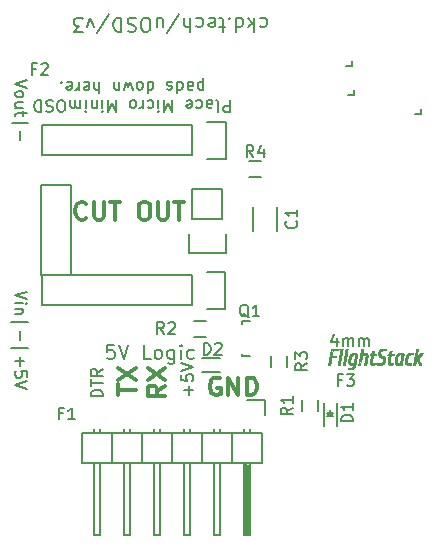
<source format=gto>
G04 #@! TF.FileFunction,Legend,Top*
%FSLAX46Y46*%
G04 Gerber Fmt 4.6, Leading zero omitted, Abs format (unit mm)*
G04 Created by KiCad (PCBNEW 4.0.1-stable) date Wednesday, March 23, 2016 'PMt' 11:14:25 PM*
%MOMM*%
G01*
G04 APERTURE LIST*
%ADD10C,0.100000*%
%ADD11C,0.200000*%
%ADD12C,0.150000*%
%ADD13C,0.300000*%
%ADD14C,0.175000*%
%ADD15C,0.010000*%
G04 APERTURE END LIST*
D10*
D11*
X139502858Y-118517857D02*
X138931429Y-118517857D01*
X138874286Y-119089286D01*
X138931429Y-119032143D01*
X139045715Y-118975000D01*
X139331429Y-118975000D01*
X139445715Y-119032143D01*
X139502858Y-119089286D01*
X139560001Y-119203571D01*
X139560001Y-119489286D01*
X139502858Y-119603571D01*
X139445715Y-119660714D01*
X139331429Y-119717857D01*
X139045715Y-119717857D01*
X138931429Y-119660714D01*
X138874286Y-119603571D01*
X139902858Y-118517857D02*
X140302858Y-119717857D01*
X140702858Y-118517857D01*
X142588572Y-119717857D02*
X142017143Y-119717857D01*
X142017143Y-118517857D01*
X143160001Y-119717857D02*
X143045715Y-119660714D01*
X142988572Y-119603571D01*
X142931429Y-119489286D01*
X142931429Y-119146429D01*
X142988572Y-119032143D01*
X143045715Y-118975000D01*
X143160001Y-118917857D01*
X143331429Y-118917857D01*
X143445715Y-118975000D01*
X143502858Y-119032143D01*
X143560001Y-119146429D01*
X143560001Y-119489286D01*
X143502858Y-119603571D01*
X143445715Y-119660714D01*
X143331429Y-119717857D01*
X143160001Y-119717857D01*
X144588572Y-118917857D02*
X144588572Y-119889286D01*
X144531429Y-120003571D01*
X144474286Y-120060714D01*
X144360001Y-120117857D01*
X144188572Y-120117857D01*
X144074286Y-120060714D01*
X144588572Y-119660714D02*
X144474286Y-119717857D01*
X144245715Y-119717857D01*
X144131429Y-119660714D01*
X144074286Y-119603571D01*
X144017143Y-119489286D01*
X144017143Y-119146429D01*
X144074286Y-119032143D01*
X144131429Y-118975000D01*
X144245715Y-118917857D01*
X144474286Y-118917857D01*
X144588572Y-118975000D01*
X145160000Y-119717857D02*
X145160000Y-118917857D01*
X145160000Y-118517857D02*
X145102857Y-118575000D01*
X145160000Y-118632143D01*
X145217143Y-118575000D01*
X145160000Y-118517857D01*
X145160000Y-118632143D01*
X146245715Y-119660714D02*
X146131429Y-119717857D01*
X145902858Y-119717857D01*
X145788572Y-119660714D01*
X145731429Y-119603571D01*
X145674286Y-119489286D01*
X145674286Y-119146429D01*
X145731429Y-119032143D01*
X145788572Y-118975000D01*
X145902858Y-118917857D01*
X146131429Y-118917857D01*
X146245715Y-118975000D01*
D12*
X138527381Y-122867857D02*
X137527381Y-122867857D01*
X137527381Y-122629762D01*
X137575000Y-122486904D01*
X137670238Y-122391666D01*
X137765476Y-122344047D01*
X137955952Y-122296428D01*
X138098810Y-122296428D01*
X138289286Y-122344047D01*
X138384524Y-122391666D01*
X138479762Y-122486904D01*
X138527381Y-122629762D01*
X138527381Y-122867857D01*
X137527381Y-122010714D02*
X137527381Y-121439285D01*
X138527381Y-121725000D02*
X137527381Y-121725000D01*
X138527381Y-120534523D02*
X138051190Y-120867857D01*
X138527381Y-121105952D02*
X137527381Y-121105952D01*
X137527381Y-120724999D01*
X137575000Y-120629761D01*
X137622619Y-120582142D01*
X137717857Y-120534523D01*
X137860714Y-120534523D01*
X137955952Y-120582142D01*
X138003571Y-120629761D01*
X138051190Y-120724999D01*
X138051190Y-121105952D01*
D13*
X148457143Y-121350000D02*
X148314286Y-121278571D01*
X148100000Y-121278571D01*
X147885715Y-121350000D01*
X147742857Y-121492857D01*
X147671429Y-121635714D01*
X147600000Y-121921429D01*
X147600000Y-122135714D01*
X147671429Y-122421429D01*
X147742857Y-122564286D01*
X147885715Y-122707143D01*
X148100000Y-122778571D01*
X148242857Y-122778571D01*
X148457143Y-122707143D01*
X148528572Y-122635714D01*
X148528572Y-122135714D01*
X148242857Y-122135714D01*
X149171429Y-122778571D02*
X149171429Y-121278571D01*
X150028572Y-122778571D01*
X150028572Y-121278571D01*
X150742858Y-122778571D02*
X150742858Y-121278571D01*
X151100001Y-121278571D01*
X151314286Y-121350000D01*
X151457144Y-121492857D01*
X151528572Y-121635714D01*
X151600001Y-121921429D01*
X151600001Y-122135714D01*
X151528572Y-122421429D01*
X151457144Y-122564286D01*
X151314286Y-122707143D01*
X151100001Y-122778571D01*
X150742858Y-122778571D01*
D12*
X145821429Y-122745714D02*
X145821429Y-121983809D01*
X146202381Y-122364761D02*
X145440476Y-122364761D01*
X145202381Y-121031428D02*
X145202381Y-121507619D01*
X145678571Y-121555238D01*
X145630952Y-121507619D01*
X145583333Y-121412381D01*
X145583333Y-121174285D01*
X145630952Y-121079047D01*
X145678571Y-121031428D01*
X145773810Y-120983809D01*
X146011905Y-120983809D01*
X146107143Y-121031428D01*
X146154762Y-121079047D01*
X146202381Y-121174285D01*
X146202381Y-121412381D01*
X146154762Y-121507619D01*
X146107143Y-121555238D01*
X145202381Y-120698095D02*
X146202381Y-120364762D01*
X145202381Y-120031428D01*
D13*
X143828571Y-121949999D02*
X143114286Y-122449999D01*
X143828571Y-122807142D02*
X142328571Y-122807142D01*
X142328571Y-122235714D01*
X142400000Y-122092856D01*
X142471429Y-122021428D01*
X142614286Y-121949999D01*
X142828571Y-121949999D01*
X142971429Y-122021428D01*
X143042857Y-122092856D01*
X143114286Y-122235714D01*
X143114286Y-122807142D01*
X142328571Y-121449999D02*
X143828571Y-120449999D01*
X142328571Y-120449999D02*
X143828571Y-121449999D01*
X139828571Y-122717857D02*
X139828571Y-121860714D01*
X141328571Y-122289285D02*
X139828571Y-122289285D01*
X139828571Y-121503571D02*
X141328571Y-120503571D01*
X139828571Y-120503571D02*
X141328571Y-121503571D01*
D14*
X151831428Y-90864286D02*
X151945714Y-90807143D01*
X152174285Y-90807143D01*
X152288571Y-90864286D01*
X152345714Y-90921429D01*
X152402857Y-91035714D01*
X152402857Y-91378571D01*
X152345714Y-91492857D01*
X152288571Y-91550000D01*
X152174285Y-91607143D01*
X151945714Y-91607143D01*
X151831428Y-91550000D01*
X151317143Y-90807143D02*
X151317143Y-92007143D01*
X151202857Y-91264286D02*
X150860000Y-90807143D01*
X150860000Y-91607143D02*
X151317143Y-91150000D01*
X149831428Y-90807143D02*
X149831428Y-92007143D01*
X149831428Y-90864286D02*
X149945714Y-90807143D01*
X150174285Y-90807143D01*
X150288571Y-90864286D01*
X150345714Y-90921429D01*
X150402857Y-91035714D01*
X150402857Y-91378571D01*
X150345714Y-91492857D01*
X150288571Y-91550000D01*
X150174285Y-91607143D01*
X149945714Y-91607143D01*
X149831428Y-91550000D01*
X149260000Y-90921429D02*
X149202857Y-90864286D01*
X149260000Y-90807143D01*
X149317143Y-90864286D01*
X149260000Y-90921429D01*
X149260000Y-90807143D01*
X148859999Y-91607143D02*
X148402856Y-91607143D01*
X148688571Y-92007143D02*
X148688571Y-90978571D01*
X148631428Y-90864286D01*
X148517142Y-90807143D01*
X148402856Y-90807143D01*
X147545714Y-90864286D02*
X147660000Y-90807143D01*
X147888571Y-90807143D01*
X148002857Y-90864286D01*
X148060000Y-90978571D01*
X148060000Y-91435714D01*
X148002857Y-91550000D01*
X147888571Y-91607143D01*
X147660000Y-91607143D01*
X147545714Y-91550000D01*
X147488571Y-91435714D01*
X147488571Y-91321429D01*
X148060000Y-91207143D01*
X146460000Y-90864286D02*
X146574286Y-90807143D01*
X146802857Y-90807143D01*
X146917143Y-90864286D01*
X146974286Y-90921429D01*
X147031429Y-91035714D01*
X147031429Y-91378571D01*
X146974286Y-91492857D01*
X146917143Y-91550000D01*
X146802857Y-91607143D01*
X146574286Y-91607143D01*
X146460000Y-91550000D01*
X145945715Y-90807143D02*
X145945715Y-92007143D01*
X145431429Y-90807143D02*
X145431429Y-91435714D01*
X145488572Y-91550000D01*
X145602858Y-91607143D01*
X145774286Y-91607143D01*
X145888572Y-91550000D01*
X145945715Y-91492857D01*
X144002858Y-92064286D02*
X145031429Y-90521429D01*
X143088572Y-91607143D02*
X143088572Y-90807143D01*
X143602858Y-91607143D02*
X143602858Y-90978571D01*
X143545715Y-90864286D01*
X143431429Y-90807143D01*
X143260001Y-90807143D01*
X143145715Y-90864286D01*
X143088572Y-90921429D01*
X142288572Y-92007143D02*
X142060001Y-92007143D01*
X141945715Y-91950000D01*
X141831429Y-91835714D01*
X141774287Y-91607143D01*
X141774287Y-91207143D01*
X141831429Y-90978571D01*
X141945715Y-90864286D01*
X142060001Y-90807143D01*
X142288572Y-90807143D01*
X142402858Y-90864286D01*
X142517144Y-90978571D01*
X142574287Y-91207143D01*
X142574287Y-91607143D01*
X142517144Y-91835714D01*
X142402858Y-91950000D01*
X142288572Y-92007143D01*
X141317144Y-90864286D02*
X141145715Y-90807143D01*
X140860001Y-90807143D01*
X140745715Y-90864286D01*
X140688572Y-90921429D01*
X140631429Y-91035714D01*
X140631429Y-91150000D01*
X140688572Y-91264286D01*
X140745715Y-91321429D01*
X140860001Y-91378571D01*
X141088572Y-91435714D01*
X141202858Y-91492857D01*
X141260001Y-91550000D01*
X141317144Y-91664286D01*
X141317144Y-91778571D01*
X141260001Y-91892857D01*
X141202858Y-91950000D01*
X141088572Y-92007143D01*
X140802858Y-92007143D01*
X140631429Y-91950000D01*
X140117144Y-90807143D02*
X140117144Y-92007143D01*
X139831429Y-92007143D01*
X139660001Y-91950000D01*
X139545715Y-91835714D01*
X139488572Y-91721429D01*
X139431429Y-91492857D01*
X139431429Y-91321429D01*
X139488572Y-91092857D01*
X139545715Y-90978571D01*
X139660001Y-90864286D01*
X139831429Y-90807143D01*
X140117144Y-90807143D01*
X138060001Y-92064286D02*
X139088572Y-90521429D01*
X137774286Y-91607143D02*
X137488572Y-90807143D01*
X137202858Y-91607143D01*
X136860000Y-92007143D02*
X136117143Y-92007143D01*
X136517143Y-91550000D01*
X136345715Y-91550000D01*
X136231429Y-91492857D01*
X136174286Y-91435714D01*
X136117143Y-91321429D01*
X136117143Y-91035714D01*
X136174286Y-90921429D01*
X136231429Y-90864286D01*
X136345715Y-90807143D01*
X136688572Y-90807143D01*
X136802858Y-90864286D01*
X136860000Y-90921429D01*
D12*
X158367144Y-117945714D02*
X158367144Y-118612381D01*
X158129048Y-117564762D02*
X157890953Y-118279048D01*
X158510001Y-118279048D01*
X158890953Y-118612381D02*
X158890953Y-117945714D01*
X158890953Y-118040952D02*
X158938572Y-117993333D01*
X159033810Y-117945714D01*
X159176668Y-117945714D01*
X159271906Y-117993333D01*
X159319525Y-118088571D01*
X159319525Y-118612381D01*
X159319525Y-118088571D02*
X159367144Y-117993333D01*
X159462382Y-117945714D01*
X159605239Y-117945714D01*
X159700477Y-117993333D01*
X159748096Y-118088571D01*
X159748096Y-118612381D01*
X160224286Y-118612381D02*
X160224286Y-117945714D01*
X160224286Y-118040952D02*
X160271905Y-117993333D01*
X160367143Y-117945714D01*
X160510001Y-117945714D01*
X160605239Y-117993333D01*
X160652858Y-118088571D01*
X160652858Y-118612381D01*
X160652858Y-118088571D02*
X160700477Y-117993333D01*
X160795715Y-117945714D01*
X160938572Y-117945714D01*
X161033810Y-117993333D01*
X161081429Y-118088571D01*
X161081429Y-118612381D01*
D13*
X137142857Y-107765714D02*
X137071428Y-107837143D01*
X136857142Y-107908571D01*
X136714285Y-107908571D01*
X136500000Y-107837143D01*
X136357142Y-107694286D01*
X136285714Y-107551429D01*
X136214285Y-107265714D01*
X136214285Y-107051429D01*
X136285714Y-106765714D01*
X136357142Y-106622857D01*
X136500000Y-106480000D01*
X136714285Y-106408571D01*
X136857142Y-106408571D01*
X137071428Y-106480000D01*
X137142857Y-106551429D01*
X137785714Y-106408571D02*
X137785714Y-107622857D01*
X137857142Y-107765714D01*
X137928571Y-107837143D01*
X138071428Y-107908571D01*
X138357142Y-107908571D01*
X138500000Y-107837143D01*
X138571428Y-107765714D01*
X138642857Y-107622857D01*
X138642857Y-106408571D01*
X139142857Y-106408571D02*
X140000000Y-106408571D01*
X139571429Y-107908571D02*
X139571429Y-106408571D01*
X141928571Y-106408571D02*
X142214285Y-106408571D01*
X142357143Y-106480000D01*
X142500000Y-106622857D01*
X142571428Y-106908571D01*
X142571428Y-107408571D01*
X142500000Y-107694286D01*
X142357143Y-107837143D01*
X142214285Y-107908571D01*
X141928571Y-107908571D01*
X141785714Y-107837143D01*
X141642857Y-107694286D01*
X141571428Y-107408571D01*
X141571428Y-106908571D01*
X141642857Y-106622857D01*
X141785714Y-106480000D01*
X141928571Y-106408571D01*
X143214286Y-106408571D02*
X143214286Y-107622857D01*
X143285714Y-107765714D01*
X143357143Y-107837143D01*
X143500000Y-107908571D01*
X143785714Y-107908571D01*
X143928572Y-107837143D01*
X144000000Y-107765714D01*
X144071429Y-107622857D01*
X144071429Y-106408571D01*
X144571429Y-106408571D02*
X145428572Y-106408571D01*
X145000001Y-107908571D02*
X145000001Y-106408571D01*
D12*
X132147619Y-96080952D02*
X131147619Y-96414285D01*
X132147619Y-96747619D01*
X131147619Y-97223809D02*
X131195238Y-97128571D01*
X131242857Y-97080952D01*
X131338095Y-97033333D01*
X131623810Y-97033333D01*
X131719048Y-97080952D01*
X131766667Y-97128571D01*
X131814286Y-97223809D01*
X131814286Y-97366667D01*
X131766667Y-97461905D01*
X131719048Y-97509524D01*
X131623810Y-97557143D01*
X131338095Y-97557143D01*
X131242857Y-97509524D01*
X131195238Y-97461905D01*
X131147619Y-97366667D01*
X131147619Y-97223809D01*
X131814286Y-98414286D02*
X131147619Y-98414286D01*
X131814286Y-97985714D02*
X131290476Y-97985714D01*
X131195238Y-98033333D01*
X131147619Y-98128571D01*
X131147619Y-98271429D01*
X131195238Y-98366667D01*
X131242857Y-98414286D01*
X131814286Y-98747619D02*
X131814286Y-99128571D01*
X132147619Y-98890476D02*
X131290476Y-98890476D01*
X131195238Y-98938095D01*
X131147619Y-99033333D01*
X131147619Y-99128571D01*
X130814286Y-99700000D02*
X132242857Y-99700000D01*
X131528571Y-100414286D02*
X131528571Y-101176191D01*
X132117619Y-113990953D02*
X131117619Y-114324286D01*
X132117619Y-114657620D01*
X131117619Y-114990953D02*
X131784286Y-114990953D01*
X132117619Y-114990953D02*
X132070000Y-114943334D01*
X132022381Y-114990953D01*
X132070000Y-115038572D01*
X132117619Y-114990953D01*
X132022381Y-114990953D01*
X131784286Y-115467143D02*
X131117619Y-115467143D01*
X131689048Y-115467143D02*
X131736667Y-115514762D01*
X131784286Y-115610000D01*
X131784286Y-115752858D01*
X131736667Y-115848096D01*
X131641429Y-115895715D01*
X131117619Y-115895715D01*
X130784286Y-116610000D02*
X132212857Y-116610000D01*
X131498571Y-117324286D02*
X131498571Y-118086191D01*
X130784286Y-118800476D02*
X132212857Y-118800476D01*
X131498571Y-119514762D02*
X131498571Y-120276667D01*
X131117619Y-119895715D02*
X131879524Y-119895715D01*
X132117619Y-121229048D02*
X132117619Y-120752857D01*
X131641429Y-120705238D01*
X131689048Y-120752857D01*
X131736667Y-120848095D01*
X131736667Y-121086191D01*
X131689048Y-121181429D01*
X131641429Y-121229048D01*
X131546190Y-121276667D01*
X131308095Y-121276667D01*
X131212857Y-121229048D01*
X131165238Y-121181429D01*
X131117619Y-121086191D01*
X131117619Y-120848095D01*
X131165238Y-120752857D01*
X131212857Y-120705238D01*
X132117619Y-121562381D02*
X131117619Y-121895714D01*
X132117619Y-122229048D01*
X149301905Y-97772619D02*
X149301905Y-98772619D01*
X148920952Y-98772619D01*
X148825714Y-98725000D01*
X148778095Y-98677381D01*
X148730476Y-98582143D01*
X148730476Y-98439286D01*
X148778095Y-98344048D01*
X148825714Y-98296429D01*
X148920952Y-98248810D01*
X149301905Y-98248810D01*
X148159048Y-97772619D02*
X148254286Y-97820238D01*
X148301905Y-97915476D01*
X148301905Y-98772619D01*
X147349523Y-97772619D02*
X147349523Y-98296429D01*
X147397142Y-98391667D01*
X147492380Y-98439286D01*
X147682857Y-98439286D01*
X147778095Y-98391667D01*
X147349523Y-97820238D02*
X147444761Y-97772619D01*
X147682857Y-97772619D01*
X147778095Y-97820238D01*
X147825714Y-97915476D01*
X147825714Y-98010714D01*
X147778095Y-98105952D01*
X147682857Y-98153571D01*
X147444761Y-98153571D01*
X147349523Y-98201190D01*
X146444761Y-97820238D02*
X146539999Y-97772619D01*
X146730476Y-97772619D01*
X146825714Y-97820238D01*
X146873333Y-97867857D01*
X146920952Y-97963095D01*
X146920952Y-98248810D01*
X146873333Y-98344048D01*
X146825714Y-98391667D01*
X146730476Y-98439286D01*
X146539999Y-98439286D01*
X146444761Y-98391667D01*
X145635237Y-97820238D02*
X145730475Y-97772619D01*
X145920952Y-97772619D01*
X146016190Y-97820238D01*
X146063809Y-97915476D01*
X146063809Y-98296429D01*
X146016190Y-98391667D01*
X145920952Y-98439286D01*
X145730475Y-98439286D01*
X145635237Y-98391667D01*
X145587618Y-98296429D01*
X145587618Y-98201190D01*
X146063809Y-98105952D01*
X144397142Y-97772619D02*
X144397142Y-98772619D01*
X144063808Y-98058333D01*
X143730475Y-98772619D01*
X143730475Y-97772619D01*
X143254285Y-97772619D02*
X143254285Y-98439286D01*
X143254285Y-98772619D02*
X143301904Y-98725000D01*
X143254285Y-98677381D01*
X143206666Y-98725000D01*
X143254285Y-98772619D01*
X143254285Y-98677381D01*
X142349523Y-97820238D02*
X142444761Y-97772619D01*
X142635238Y-97772619D01*
X142730476Y-97820238D01*
X142778095Y-97867857D01*
X142825714Y-97963095D01*
X142825714Y-98248810D01*
X142778095Y-98344048D01*
X142730476Y-98391667D01*
X142635238Y-98439286D01*
X142444761Y-98439286D01*
X142349523Y-98391667D01*
X141920952Y-97772619D02*
X141920952Y-98439286D01*
X141920952Y-98248810D02*
X141873333Y-98344048D01*
X141825714Y-98391667D01*
X141730476Y-98439286D01*
X141635237Y-98439286D01*
X141159047Y-97772619D02*
X141254285Y-97820238D01*
X141301904Y-97867857D01*
X141349523Y-97963095D01*
X141349523Y-98248810D01*
X141301904Y-98344048D01*
X141254285Y-98391667D01*
X141159047Y-98439286D01*
X141016189Y-98439286D01*
X140920951Y-98391667D01*
X140873332Y-98344048D01*
X140825713Y-98248810D01*
X140825713Y-97963095D01*
X140873332Y-97867857D01*
X140920951Y-97820238D01*
X141016189Y-97772619D01*
X141159047Y-97772619D01*
X139635237Y-97772619D02*
X139635237Y-98772619D01*
X139301903Y-98058333D01*
X138968570Y-98772619D01*
X138968570Y-97772619D01*
X138492380Y-97772619D02*
X138492380Y-98439286D01*
X138492380Y-98772619D02*
X138539999Y-98725000D01*
X138492380Y-98677381D01*
X138444761Y-98725000D01*
X138492380Y-98772619D01*
X138492380Y-98677381D01*
X138016190Y-98439286D02*
X138016190Y-97772619D01*
X138016190Y-98344048D02*
X137968571Y-98391667D01*
X137873333Y-98439286D01*
X137730475Y-98439286D01*
X137635237Y-98391667D01*
X137587618Y-98296429D01*
X137587618Y-97772619D01*
X137111428Y-97772619D02*
X137111428Y-98439286D01*
X137111428Y-98772619D02*
X137159047Y-98725000D01*
X137111428Y-98677381D01*
X137063809Y-98725000D01*
X137111428Y-98772619D01*
X137111428Y-98677381D01*
X136635238Y-97772619D02*
X136635238Y-98439286D01*
X136635238Y-98344048D02*
X136587619Y-98391667D01*
X136492381Y-98439286D01*
X136349523Y-98439286D01*
X136254285Y-98391667D01*
X136206666Y-98296429D01*
X136206666Y-97772619D01*
X136206666Y-98296429D02*
X136159047Y-98391667D01*
X136063809Y-98439286D01*
X135920952Y-98439286D01*
X135825714Y-98391667D01*
X135778095Y-98296429D01*
X135778095Y-97772619D01*
X135111429Y-98772619D02*
X134920952Y-98772619D01*
X134825714Y-98725000D01*
X134730476Y-98629762D01*
X134682857Y-98439286D01*
X134682857Y-98105952D01*
X134730476Y-97915476D01*
X134825714Y-97820238D01*
X134920952Y-97772619D01*
X135111429Y-97772619D01*
X135206667Y-97820238D01*
X135301905Y-97915476D01*
X135349524Y-98105952D01*
X135349524Y-98439286D01*
X135301905Y-98629762D01*
X135206667Y-98725000D01*
X135111429Y-98772619D01*
X134301905Y-97820238D02*
X134159048Y-97772619D01*
X133920952Y-97772619D01*
X133825714Y-97820238D01*
X133778095Y-97867857D01*
X133730476Y-97963095D01*
X133730476Y-98058333D01*
X133778095Y-98153571D01*
X133825714Y-98201190D01*
X133920952Y-98248810D01*
X134111429Y-98296429D01*
X134206667Y-98344048D01*
X134254286Y-98391667D01*
X134301905Y-98486905D01*
X134301905Y-98582143D01*
X134254286Y-98677381D01*
X134206667Y-98725000D01*
X134111429Y-98772619D01*
X133873333Y-98772619D01*
X133730476Y-98725000D01*
X133301905Y-97772619D02*
X133301905Y-98772619D01*
X133063810Y-98772619D01*
X132920952Y-98725000D01*
X132825714Y-98629762D01*
X132778095Y-98534524D01*
X132730476Y-98344048D01*
X132730476Y-98201190D01*
X132778095Y-98010714D01*
X132825714Y-97915476D01*
X132920952Y-97820238D01*
X133063810Y-97772619D01*
X133301905Y-97772619D01*
X147063810Y-96889286D02*
X147063810Y-95889286D01*
X147063810Y-96841667D02*
X146968572Y-96889286D01*
X146778095Y-96889286D01*
X146682857Y-96841667D01*
X146635238Y-96794048D01*
X146587619Y-96698810D01*
X146587619Y-96413095D01*
X146635238Y-96317857D01*
X146682857Y-96270238D01*
X146778095Y-96222619D01*
X146968572Y-96222619D01*
X147063810Y-96270238D01*
X145730476Y-96222619D02*
X145730476Y-96746429D01*
X145778095Y-96841667D01*
X145873333Y-96889286D01*
X146063810Y-96889286D01*
X146159048Y-96841667D01*
X145730476Y-96270238D02*
X145825714Y-96222619D01*
X146063810Y-96222619D01*
X146159048Y-96270238D01*
X146206667Y-96365476D01*
X146206667Y-96460714D01*
X146159048Y-96555952D01*
X146063810Y-96603571D01*
X145825714Y-96603571D01*
X145730476Y-96651190D01*
X144825714Y-96222619D02*
X144825714Y-97222619D01*
X144825714Y-96270238D02*
X144920952Y-96222619D01*
X145111429Y-96222619D01*
X145206667Y-96270238D01*
X145254286Y-96317857D01*
X145301905Y-96413095D01*
X145301905Y-96698810D01*
X145254286Y-96794048D01*
X145206667Y-96841667D01*
X145111429Y-96889286D01*
X144920952Y-96889286D01*
X144825714Y-96841667D01*
X144397143Y-96270238D02*
X144301905Y-96222619D01*
X144111429Y-96222619D01*
X144016190Y-96270238D01*
X143968571Y-96365476D01*
X143968571Y-96413095D01*
X144016190Y-96508333D01*
X144111429Y-96555952D01*
X144254286Y-96555952D01*
X144349524Y-96603571D01*
X144397143Y-96698810D01*
X144397143Y-96746429D01*
X144349524Y-96841667D01*
X144254286Y-96889286D01*
X144111429Y-96889286D01*
X144016190Y-96841667D01*
X142349523Y-96222619D02*
X142349523Y-97222619D01*
X142349523Y-96270238D02*
X142444761Y-96222619D01*
X142635238Y-96222619D01*
X142730476Y-96270238D01*
X142778095Y-96317857D01*
X142825714Y-96413095D01*
X142825714Y-96698810D01*
X142778095Y-96794048D01*
X142730476Y-96841667D01*
X142635238Y-96889286D01*
X142444761Y-96889286D01*
X142349523Y-96841667D01*
X141730476Y-96222619D02*
X141825714Y-96270238D01*
X141873333Y-96317857D01*
X141920952Y-96413095D01*
X141920952Y-96698810D01*
X141873333Y-96794048D01*
X141825714Y-96841667D01*
X141730476Y-96889286D01*
X141587618Y-96889286D01*
X141492380Y-96841667D01*
X141444761Y-96794048D01*
X141397142Y-96698810D01*
X141397142Y-96413095D01*
X141444761Y-96317857D01*
X141492380Y-96270238D01*
X141587618Y-96222619D01*
X141730476Y-96222619D01*
X141063809Y-96889286D02*
X140873333Y-96222619D01*
X140682856Y-96698810D01*
X140492380Y-96222619D01*
X140301904Y-96889286D01*
X139920952Y-96889286D02*
X139920952Y-96222619D01*
X139920952Y-96794048D02*
X139873333Y-96841667D01*
X139778095Y-96889286D01*
X139635237Y-96889286D01*
X139539999Y-96841667D01*
X139492380Y-96746429D01*
X139492380Y-96222619D01*
X138254285Y-96222619D02*
X138254285Y-97222619D01*
X137825713Y-96222619D02*
X137825713Y-96746429D01*
X137873332Y-96841667D01*
X137968570Y-96889286D01*
X138111428Y-96889286D01*
X138206666Y-96841667D01*
X138254285Y-96794048D01*
X136968570Y-96270238D02*
X137063808Y-96222619D01*
X137254285Y-96222619D01*
X137349523Y-96270238D01*
X137397142Y-96365476D01*
X137397142Y-96746429D01*
X137349523Y-96841667D01*
X137254285Y-96889286D01*
X137063808Y-96889286D01*
X136968570Y-96841667D01*
X136920951Y-96746429D01*
X136920951Y-96651190D01*
X137397142Y-96555952D01*
X136492380Y-96222619D02*
X136492380Y-96889286D01*
X136492380Y-96698810D02*
X136444761Y-96794048D01*
X136397142Y-96841667D01*
X136301904Y-96889286D01*
X136206665Y-96889286D01*
X135492379Y-96270238D02*
X135587617Y-96222619D01*
X135778094Y-96222619D01*
X135873332Y-96270238D01*
X135920951Y-96365476D01*
X135920951Y-96746429D01*
X135873332Y-96841667D01*
X135778094Y-96889286D01*
X135587617Y-96889286D01*
X135492379Y-96841667D01*
X135444760Y-96746429D01*
X135444760Y-96651190D01*
X135920951Y-96555952D01*
X135016189Y-96317857D02*
X134968570Y-96270238D01*
X135016189Y-96222619D01*
X135063808Y-96270238D01*
X135016189Y-96317857D01*
X135016189Y-96222619D01*
X133280000Y-104970000D02*
X133280000Y-112590000D01*
X135820000Y-104970000D02*
X135820000Y-112590000D01*
X133280000Y-112590000D02*
X135820000Y-112590000D01*
X135820000Y-104970000D02*
X133280000Y-104970000D01*
X159109620Y-94920560D02*
X159678580Y-94920560D01*
X159678580Y-94920560D02*
X159678580Y-94509080D01*
X164947700Y-98920560D02*
X165516660Y-98920560D01*
X165516660Y-98920560D02*
X165516660Y-98509080D01*
X159259620Y-97370560D02*
X159828580Y-97370560D01*
X159828580Y-97370560D02*
X159828580Y-96959080D01*
X153275000Y-108850000D02*
X153275000Y-106850000D01*
X151225000Y-106850000D02*
X151225000Y-108850000D01*
X158350000Y-125350000D02*
X158350000Y-123450000D01*
X157250000Y-125350000D02*
X157250000Y-123450000D01*
X157800000Y-124450000D02*
X157800000Y-124000000D01*
X157550000Y-124500000D02*
X158050000Y-124500000D01*
X157800000Y-124500000D02*
X157550000Y-124250000D01*
X157550000Y-124250000D02*
X158050000Y-124250000D01*
X158050000Y-124250000D02*
X157800000Y-124500000D01*
X156725000Y-123150000D02*
X156725000Y-124150000D01*
X155375000Y-124150000D02*
X155375000Y-123150000D01*
X146080000Y-115160000D02*
X133380000Y-115160000D01*
X133380000Y-115160000D02*
X133380000Y-112620000D01*
X133380000Y-112620000D02*
X146080000Y-112620000D01*
X148900000Y-115440000D02*
X147350000Y-115440000D01*
X146080000Y-115160000D02*
X146080000Y-112620000D01*
X147350000Y-112340000D02*
X148900000Y-112340000D01*
X148900000Y-112340000D02*
X148900000Y-115440000D01*
X146130000Y-102470000D02*
X133430000Y-102470000D01*
X133430000Y-102470000D02*
X133430000Y-99930000D01*
X133430000Y-99930000D02*
X146130000Y-99930000D01*
X148950000Y-102750000D02*
X147400000Y-102750000D01*
X146130000Y-102470000D02*
X146130000Y-99930000D01*
X147400000Y-99650000D02*
X148950000Y-99650000D01*
X148950000Y-99650000D02*
X148950000Y-102750000D01*
X146130000Y-107870000D02*
X146130000Y-105330000D01*
X145850000Y-110690000D02*
X145850000Y-109140000D01*
X146130000Y-107870000D02*
X148670000Y-107870000D01*
X148950000Y-109140000D02*
X148950000Y-110690000D01*
X148950000Y-110690000D02*
X145850000Y-110690000D01*
X148670000Y-107870000D02*
X148670000Y-105330000D01*
X148670000Y-105330000D02*
X146130000Y-105330000D01*
X152295000Y-123150000D02*
X150745000Y-123150000D01*
X152295000Y-124450000D02*
X152295000Y-123150000D01*
X150872000Y-128641000D02*
X150872000Y-134483000D01*
X150872000Y-134483000D02*
X150618000Y-134483000D01*
X150618000Y-134483000D02*
X150618000Y-128641000D01*
X150618000Y-128641000D02*
X150745000Y-128641000D01*
X150745000Y-128641000D02*
X150745000Y-134483000D01*
X150999000Y-125974000D02*
X150999000Y-125593000D01*
X150491000Y-125974000D02*
X150491000Y-125593000D01*
X148459000Y-125974000D02*
X148459000Y-125593000D01*
X147951000Y-125974000D02*
X147951000Y-125593000D01*
X145919000Y-125974000D02*
X145919000Y-125593000D01*
X145411000Y-125974000D02*
X145411000Y-125593000D01*
X137791000Y-125974000D02*
X137791000Y-125593000D01*
X138299000Y-125974000D02*
X138299000Y-125593000D01*
X140331000Y-125974000D02*
X140331000Y-125593000D01*
X140839000Y-125974000D02*
X140839000Y-125593000D01*
X142871000Y-125974000D02*
X142871000Y-125593000D01*
X143379000Y-125974000D02*
X143379000Y-125593000D01*
X152015000Y-125974000D02*
X152015000Y-128514000D01*
X149475000Y-125974000D02*
X149475000Y-128514000D01*
X149475000Y-125974000D02*
X146935000Y-125974000D01*
X146935000Y-125974000D02*
X146935000Y-128514000D01*
X148459000Y-128514000D02*
X148459000Y-134610000D01*
X148459000Y-134610000D02*
X147951000Y-134610000D01*
X147951000Y-134610000D02*
X147951000Y-128514000D01*
X146935000Y-128514000D02*
X149475000Y-128514000D01*
X149475000Y-128514000D02*
X152015000Y-128514000D01*
X150491000Y-134610000D02*
X150491000Y-128514000D01*
X150999000Y-134610000D02*
X150491000Y-134610000D01*
X150999000Y-128514000D02*
X150999000Y-134610000D01*
X149475000Y-125974000D02*
X149475000Y-128514000D01*
X152015000Y-125974000D02*
X149475000Y-125974000D01*
X141855000Y-125974000D02*
X141855000Y-128514000D01*
X141855000Y-125974000D02*
X139315000Y-125974000D01*
X139315000Y-125974000D02*
X139315000Y-128514000D01*
X140839000Y-128514000D02*
X140839000Y-134610000D01*
X140839000Y-134610000D02*
X140331000Y-134610000D01*
X140331000Y-134610000D02*
X140331000Y-128514000D01*
X139315000Y-128514000D02*
X141855000Y-128514000D01*
X136775000Y-128514000D02*
X139315000Y-128514000D01*
X137791000Y-134610000D02*
X137791000Y-128514000D01*
X138299000Y-134610000D02*
X137791000Y-134610000D01*
X138299000Y-128514000D02*
X138299000Y-134610000D01*
X136775000Y-125974000D02*
X136775000Y-128514000D01*
X139315000Y-125974000D02*
X136775000Y-125974000D01*
X139315000Y-125974000D02*
X139315000Y-128514000D01*
X144395000Y-125974000D02*
X144395000Y-128514000D01*
X144395000Y-125974000D02*
X141855000Y-125974000D01*
X141855000Y-125974000D02*
X141855000Y-128514000D01*
X143379000Y-128514000D02*
X143379000Y-134610000D01*
X143379000Y-134610000D02*
X142871000Y-134610000D01*
X142871000Y-134610000D02*
X142871000Y-128514000D01*
X141855000Y-128514000D02*
X144395000Y-128514000D01*
X144395000Y-128514000D02*
X146935000Y-128514000D01*
X145411000Y-134610000D02*
X145411000Y-128514000D01*
X145919000Y-134610000D02*
X145411000Y-134610000D01*
X145919000Y-128514000D02*
X145919000Y-134610000D01*
X144395000Y-125974000D02*
X144395000Y-128514000D01*
X146935000Y-125974000D02*
X144395000Y-125974000D01*
X146935000Y-125974000D02*
X146935000Y-128514000D01*
D15*
G36*
X159834250Y-119209952D02*
X159881186Y-119213674D01*
X159928923Y-119220308D01*
X159960470Y-119226230D01*
X159977376Y-119229947D01*
X159994424Y-119234096D01*
X160011213Y-119238546D01*
X160027341Y-119243163D01*
X160042408Y-119247817D01*
X160056014Y-119252375D01*
X160067757Y-119256706D01*
X160077236Y-119260677D01*
X160084053Y-119264157D01*
X160087804Y-119267014D01*
X160088418Y-119268338D01*
X160088094Y-119270608D01*
X160087148Y-119276410D01*
X160085614Y-119285542D01*
X160083528Y-119297801D01*
X160080925Y-119312987D01*
X160077840Y-119330897D01*
X160074309Y-119351329D01*
X160070367Y-119374081D01*
X160066050Y-119398952D01*
X160061393Y-119425740D01*
X160056431Y-119454242D01*
X160051200Y-119484258D01*
X160045734Y-119515585D01*
X160040071Y-119548021D01*
X160034244Y-119581365D01*
X160028289Y-119615414D01*
X160022242Y-119649967D01*
X160016137Y-119684822D01*
X160010011Y-119719776D01*
X160003898Y-119754629D01*
X159997835Y-119789179D01*
X159991856Y-119823223D01*
X159985996Y-119856559D01*
X159980292Y-119888986D01*
X159974778Y-119920302D01*
X159969490Y-119950305D01*
X159964463Y-119978793D01*
X159959733Y-120005565D01*
X159955335Y-120030418D01*
X159951304Y-120053151D01*
X159947676Y-120073561D01*
X159944486Y-120091448D01*
X159941769Y-120106608D01*
X159939561Y-120118841D01*
X159937897Y-120127943D01*
X159936813Y-120133715D01*
X159936554Y-120135023D01*
X159926987Y-120178174D01*
X159916334Y-120219393D01*
X159904697Y-120258391D01*
X159892178Y-120294879D01*
X159878877Y-120328570D01*
X159864898Y-120359174D01*
X159850340Y-120386403D01*
X159845100Y-120395127D01*
X159824332Y-120425616D01*
X159801668Y-120453263D01*
X159777299Y-120477879D01*
X159751414Y-120499271D01*
X159724206Y-120517249D01*
X159721656Y-120518718D01*
X159700637Y-120529337D01*
X159676564Y-120539149D01*
X159650122Y-120547957D01*
X159622000Y-120555564D01*
X159592884Y-120561775D01*
X159563460Y-120566392D01*
X159549428Y-120567985D01*
X159535316Y-120569119D01*
X159519006Y-120570002D01*
X159501487Y-120570616D01*
X159483744Y-120570944D01*
X159466764Y-120570968D01*
X159451536Y-120570670D01*
X159439045Y-120570032D01*
X159438511Y-120569991D01*
X159387587Y-120564170D01*
X159336028Y-120554642D01*
X159315992Y-120549983D01*
X159304862Y-120547134D01*
X159293787Y-120544099D01*
X159283482Y-120541094D01*
X159274664Y-120538334D01*
X159268048Y-120536036D01*
X159264351Y-120534417D01*
X159264229Y-120534340D01*
X159263464Y-120533102D01*
X159263204Y-120530393D01*
X159263494Y-120525764D01*
X159264380Y-120518763D01*
X159265906Y-120508941D01*
X159268103Y-120495940D01*
X159274456Y-120459157D01*
X159395687Y-120458107D01*
X159420846Y-120457878D01*
X159442522Y-120457652D01*
X159461024Y-120457420D01*
X159476661Y-120457172D01*
X159489742Y-120456898D01*
X159500574Y-120456588D01*
X159509468Y-120456234D01*
X159516730Y-120455825D01*
X159522671Y-120455351D01*
X159527598Y-120454804D01*
X159531820Y-120454173D01*
X159533977Y-120453782D01*
X159558686Y-120448382D01*
X159580267Y-120442198D01*
X159599344Y-120434999D01*
X159616540Y-120426555D01*
X159629926Y-120418372D01*
X159638839Y-120411612D01*
X159649131Y-120402520D01*
X159660033Y-120391886D01*
X159670778Y-120380503D01*
X159680598Y-120369161D01*
X159688724Y-120358654D01*
X159690838Y-120355602D01*
X159701540Y-120338029D01*
X159712260Y-120317473D01*
X159722653Y-120294721D01*
X159732372Y-120270564D01*
X159741075Y-120245790D01*
X159746308Y-120228740D01*
X159748567Y-120220456D01*
X159751127Y-120210356D01*
X159753831Y-120199145D01*
X159756522Y-120187527D01*
X159759042Y-120176207D01*
X159761234Y-120165889D01*
X159762939Y-120157276D01*
X159764002Y-120151074D01*
X159764283Y-120148326D01*
X159763157Y-120147554D01*
X159759566Y-120148230D01*
X159753192Y-120150443D01*
X159744854Y-120153807D01*
X159716081Y-120164996D01*
X159687373Y-120174545D01*
X159659552Y-120182212D01*
X159633440Y-120187758D01*
X159623067Y-120189412D01*
X159613634Y-120190380D01*
X159601370Y-120191091D01*
X159587159Y-120191546D01*
X159571889Y-120191744D01*
X159556444Y-120191685D01*
X159541711Y-120191368D01*
X159528575Y-120190793D01*
X159517922Y-120189958D01*
X159514052Y-120189480D01*
X159497780Y-120186652D01*
X159480679Y-120182884D01*
X159464106Y-120178516D01*
X159449421Y-120173888D01*
X159444407Y-120172051D01*
X159424388Y-120162428D01*
X159405255Y-120149546D01*
X159387541Y-120133923D01*
X159371781Y-120116074D01*
X159358509Y-120096516D01*
X159350721Y-120081506D01*
X159339927Y-120053613D01*
X159331499Y-120022767D01*
X159325437Y-119988981D01*
X159321743Y-119952266D01*
X159320418Y-119912632D01*
X159321461Y-119870090D01*
X159321630Y-119867836D01*
X159492267Y-119867836D01*
X159492431Y-119899159D01*
X159494198Y-119928773D01*
X159497547Y-119956104D01*
X159502461Y-119980579D01*
X159502781Y-119981848D01*
X159510038Y-120003997D01*
X159519800Y-120023307D01*
X159532069Y-120039780D01*
X159546847Y-120053417D01*
X159564137Y-120064219D01*
X159583941Y-120072188D01*
X159606262Y-120077325D01*
X159631102Y-120079632D01*
X159658464Y-120079109D01*
X159679897Y-120076959D01*
X159692054Y-120074949D01*
X159705242Y-120072046D01*
X159718931Y-120068442D01*
X159732587Y-120064326D01*
X159745678Y-120059889D01*
X159757671Y-120055319D01*
X159768035Y-120050808D01*
X159776237Y-120046546D01*
X159781745Y-120042721D01*
X159783958Y-120039812D01*
X159784395Y-120037595D01*
X159785446Y-120031874D01*
X159787072Y-120022869D01*
X159789235Y-120010802D01*
X159791895Y-119995895D01*
X159795014Y-119978369D01*
X159798552Y-119958444D01*
X159802470Y-119936344D01*
X159806731Y-119912287D01*
X159811293Y-119886497D01*
X159816120Y-119859195D01*
X159821170Y-119830601D01*
X159826407Y-119800938D01*
X159831790Y-119770425D01*
X159837281Y-119739286D01*
X159842840Y-119707741D01*
X159848429Y-119676011D01*
X159854009Y-119644319D01*
X159859540Y-119612884D01*
X159864984Y-119581929D01*
X159870302Y-119551675D01*
X159875454Y-119522343D01*
X159880403Y-119494154D01*
X159885108Y-119467331D01*
X159889531Y-119442093D01*
X159893633Y-119418663D01*
X159897375Y-119397262D01*
X159900717Y-119378112D01*
X159903622Y-119361433D01*
X159906049Y-119347447D01*
X159907961Y-119336375D01*
X159909317Y-119328438D01*
X159910079Y-119323859D01*
X159910239Y-119322770D01*
X159908420Y-119322136D01*
X159903267Y-119321643D01*
X159895233Y-119321286D01*
X159884771Y-119321056D01*
X159872335Y-119320947D01*
X159858378Y-119320951D01*
X159843354Y-119321062D01*
X159827716Y-119321273D01*
X159811918Y-119321577D01*
X159796413Y-119321966D01*
X159781655Y-119322433D01*
X159768098Y-119322972D01*
X159756193Y-119323576D01*
X159746397Y-119324238D01*
X159739160Y-119324950D01*
X159735905Y-119325465D01*
X159712600Y-119331444D01*
X159692051Y-119339166D01*
X159673451Y-119349076D01*
X159655992Y-119361617D01*
X159638869Y-119377233D01*
X159635333Y-119380849D01*
X159618607Y-119400377D01*
X159602563Y-119423354D01*
X159587349Y-119449480D01*
X159573108Y-119478450D01*
X159559987Y-119509964D01*
X159548131Y-119543717D01*
X159537685Y-119579408D01*
X159535182Y-119589112D01*
X159530323Y-119609599D01*
X159525244Y-119633052D01*
X159520088Y-119658667D01*
X159515000Y-119685638D01*
X159510127Y-119713159D01*
X159505611Y-119740423D01*
X159501600Y-119766625D01*
X159498237Y-119790959D01*
X159496822Y-119802358D01*
X159493725Y-119835378D01*
X159492267Y-119867836D01*
X159321630Y-119867836D01*
X159324875Y-119824653D01*
X159328452Y-119792881D01*
X159334267Y-119751114D01*
X159341111Y-119709306D01*
X159348866Y-119667973D01*
X159357414Y-119627631D01*
X159366636Y-119588796D01*
X159376413Y-119551985D01*
X159386627Y-119517714D01*
X159397159Y-119486498D01*
X159401642Y-119474438D01*
X159416718Y-119438077D01*
X159432798Y-119405130D01*
X159450056Y-119375312D01*
X159468667Y-119348338D01*
X159488807Y-119323922D01*
X159502563Y-119309523D01*
X159526335Y-119288099D01*
X159551406Y-119269676D01*
X159578196Y-119254028D01*
X159607123Y-119240930D01*
X159638606Y-119230156D01*
X159660977Y-119224211D01*
X159701479Y-119216269D01*
X159744074Y-119211247D01*
X159788438Y-119209142D01*
X159834250Y-119209952D01*
X159834250Y-119209952D01*
G37*
X159834250Y-119209952D02*
X159881186Y-119213674D01*
X159928923Y-119220308D01*
X159960470Y-119226230D01*
X159977376Y-119229947D01*
X159994424Y-119234096D01*
X160011213Y-119238546D01*
X160027341Y-119243163D01*
X160042408Y-119247817D01*
X160056014Y-119252375D01*
X160067757Y-119256706D01*
X160077236Y-119260677D01*
X160084053Y-119264157D01*
X160087804Y-119267014D01*
X160088418Y-119268338D01*
X160088094Y-119270608D01*
X160087148Y-119276410D01*
X160085614Y-119285542D01*
X160083528Y-119297801D01*
X160080925Y-119312987D01*
X160077840Y-119330897D01*
X160074309Y-119351329D01*
X160070367Y-119374081D01*
X160066050Y-119398952D01*
X160061393Y-119425740D01*
X160056431Y-119454242D01*
X160051200Y-119484258D01*
X160045734Y-119515585D01*
X160040071Y-119548021D01*
X160034244Y-119581365D01*
X160028289Y-119615414D01*
X160022242Y-119649967D01*
X160016137Y-119684822D01*
X160010011Y-119719776D01*
X160003898Y-119754629D01*
X159997835Y-119789179D01*
X159991856Y-119823223D01*
X159985996Y-119856559D01*
X159980292Y-119888986D01*
X159974778Y-119920302D01*
X159969490Y-119950305D01*
X159964463Y-119978793D01*
X159959733Y-120005565D01*
X159955335Y-120030418D01*
X159951304Y-120053151D01*
X159947676Y-120073561D01*
X159944486Y-120091448D01*
X159941769Y-120106608D01*
X159939561Y-120118841D01*
X159937897Y-120127943D01*
X159936813Y-120133715D01*
X159936554Y-120135023D01*
X159926987Y-120178174D01*
X159916334Y-120219393D01*
X159904697Y-120258391D01*
X159892178Y-120294879D01*
X159878877Y-120328570D01*
X159864898Y-120359174D01*
X159850340Y-120386403D01*
X159845100Y-120395127D01*
X159824332Y-120425616D01*
X159801668Y-120453263D01*
X159777299Y-120477879D01*
X159751414Y-120499271D01*
X159724206Y-120517249D01*
X159721656Y-120518718D01*
X159700637Y-120529337D01*
X159676564Y-120539149D01*
X159650122Y-120547957D01*
X159622000Y-120555564D01*
X159592884Y-120561775D01*
X159563460Y-120566392D01*
X159549428Y-120567985D01*
X159535316Y-120569119D01*
X159519006Y-120570002D01*
X159501487Y-120570616D01*
X159483744Y-120570944D01*
X159466764Y-120570968D01*
X159451536Y-120570670D01*
X159439045Y-120570032D01*
X159438511Y-120569991D01*
X159387587Y-120564170D01*
X159336028Y-120554642D01*
X159315992Y-120549983D01*
X159304862Y-120547134D01*
X159293787Y-120544099D01*
X159283482Y-120541094D01*
X159274664Y-120538334D01*
X159268048Y-120536036D01*
X159264351Y-120534417D01*
X159264229Y-120534340D01*
X159263464Y-120533102D01*
X159263204Y-120530393D01*
X159263494Y-120525764D01*
X159264380Y-120518763D01*
X159265906Y-120508941D01*
X159268103Y-120495940D01*
X159274456Y-120459157D01*
X159395687Y-120458107D01*
X159420846Y-120457878D01*
X159442522Y-120457652D01*
X159461024Y-120457420D01*
X159476661Y-120457172D01*
X159489742Y-120456898D01*
X159500574Y-120456588D01*
X159509468Y-120456234D01*
X159516730Y-120455825D01*
X159522671Y-120455351D01*
X159527598Y-120454804D01*
X159531820Y-120454173D01*
X159533977Y-120453782D01*
X159558686Y-120448382D01*
X159580267Y-120442198D01*
X159599344Y-120434999D01*
X159616540Y-120426555D01*
X159629926Y-120418372D01*
X159638839Y-120411612D01*
X159649131Y-120402520D01*
X159660033Y-120391886D01*
X159670778Y-120380503D01*
X159680598Y-120369161D01*
X159688724Y-120358654D01*
X159690838Y-120355602D01*
X159701540Y-120338029D01*
X159712260Y-120317473D01*
X159722653Y-120294721D01*
X159732372Y-120270564D01*
X159741075Y-120245790D01*
X159746308Y-120228740D01*
X159748567Y-120220456D01*
X159751127Y-120210356D01*
X159753831Y-120199145D01*
X159756522Y-120187527D01*
X159759042Y-120176207D01*
X159761234Y-120165889D01*
X159762939Y-120157276D01*
X159764002Y-120151074D01*
X159764283Y-120148326D01*
X159763157Y-120147554D01*
X159759566Y-120148230D01*
X159753192Y-120150443D01*
X159744854Y-120153807D01*
X159716081Y-120164996D01*
X159687373Y-120174545D01*
X159659552Y-120182212D01*
X159633440Y-120187758D01*
X159623067Y-120189412D01*
X159613634Y-120190380D01*
X159601370Y-120191091D01*
X159587159Y-120191546D01*
X159571889Y-120191744D01*
X159556444Y-120191685D01*
X159541711Y-120191368D01*
X159528575Y-120190793D01*
X159517922Y-120189958D01*
X159514052Y-120189480D01*
X159497780Y-120186652D01*
X159480679Y-120182884D01*
X159464106Y-120178516D01*
X159449421Y-120173888D01*
X159444407Y-120172051D01*
X159424388Y-120162428D01*
X159405255Y-120149546D01*
X159387541Y-120133923D01*
X159371781Y-120116074D01*
X159358509Y-120096516D01*
X159350721Y-120081506D01*
X159339927Y-120053613D01*
X159331499Y-120022767D01*
X159325437Y-119988981D01*
X159321743Y-119952266D01*
X159320418Y-119912632D01*
X159321461Y-119870090D01*
X159321630Y-119867836D01*
X159492267Y-119867836D01*
X159492431Y-119899159D01*
X159494198Y-119928773D01*
X159497547Y-119956104D01*
X159502461Y-119980579D01*
X159502781Y-119981848D01*
X159510038Y-120003997D01*
X159519800Y-120023307D01*
X159532069Y-120039780D01*
X159546847Y-120053417D01*
X159564137Y-120064219D01*
X159583941Y-120072188D01*
X159606262Y-120077325D01*
X159631102Y-120079632D01*
X159658464Y-120079109D01*
X159679897Y-120076959D01*
X159692054Y-120074949D01*
X159705242Y-120072046D01*
X159718931Y-120068442D01*
X159732587Y-120064326D01*
X159745678Y-120059889D01*
X159757671Y-120055319D01*
X159768035Y-120050808D01*
X159776237Y-120046546D01*
X159781745Y-120042721D01*
X159783958Y-120039812D01*
X159784395Y-120037595D01*
X159785446Y-120031874D01*
X159787072Y-120022869D01*
X159789235Y-120010802D01*
X159791895Y-119995895D01*
X159795014Y-119978369D01*
X159798552Y-119958444D01*
X159802470Y-119936344D01*
X159806731Y-119912287D01*
X159811293Y-119886497D01*
X159816120Y-119859195D01*
X159821170Y-119830601D01*
X159826407Y-119800938D01*
X159831790Y-119770425D01*
X159837281Y-119739286D01*
X159842840Y-119707741D01*
X159848429Y-119676011D01*
X159854009Y-119644319D01*
X159859540Y-119612884D01*
X159864984Y-119581929D01*
X159870302Y-119551675D01*
X159875454Y-119522343D01*
X159880403Y-119494154D01*
X159885108Y-119467331D01*
X159889531Y-119442093D01*
X159893633Y-119418663D01*
X159897375Y-119397262D01*
X159900717Y-119378112D01*
X159903622Y-119361433D01*
X159906049Y-119347447D01*
X159907961Y-119336375D01*
X159909317Y-119328438D01*
X159910079Y-119323859D01*
X159910239Y-119322770D01*
X159908420Y-119322136D01*
X159903267Y-119321643D01*
X159895233Y-119321286D01*
X159884771Y-119321056D01*
X159872335Y-119320947D01*
X159858378Y-119320951D01*
X159843354Y-119321062D01*
X159827716Y-119321273D01*
X159811918Y-119321577D01*
X159796413Y-119321966D01*
X159781655Y-119322433D01*
X159768098Y-119322972D01*
X159756193Y-119323576D01*
X159746397Y-119324238D01*
X159739160Y-119324950D01*
X159735905Y-119325465D01*
X159712600Y-119331444D01*
X159692051Y-119339166D01*
X159673451Y-119349076D01*
X159655992Y-119361617D01*
X159638869Y-119377233D01*
X159635333Y-119380849D01*
X159618607Y-119400377D01*
X159602563Y-119423354D01*
X159587349Y-119449480D01*
X159573108Y-119478450D01*
X159559987Y-119509964D01*
X159548131Y-119543717D01*
X159537685Y-119579408D01*
X159535182Y-119589112D01*
X159530323Y-119609599D01*
X159525244Y-119633052D01*
X159520088Y-119658667D01*
X159515000Y-119685638D01*
X159510127Y-119713159D01*
X159505611Y-119740423D01*
X159501600Y-119766625D01*
X159498237Y-119790959D01*
X159496822Y-119802358D01*
X159493725Y-119835378D01*
X159492267Y-119867836D01*
X159321630Y-119867836D01*
X159324875Y-119824653D01*
X159328452Y-119792881D01*
X159334267Y-119751114D01*
X159341111Y-119709306D01*
X159348866Y-119667973D01*
X159357414Y-119627631D01*
X159366636Y-119588796D01*
X159376413Y-119551985D01*
X159386627Y-119517714D01*
X159397159Y-119486498D01*
X159401642Y-119474438D01*
X159416718Y-119438077D01*
X159432798Y-119405130D01*
X159450056Y-119375312D01*
X159468667Y-119348338D01*
X159488807Y-119323922D01*
X159502563Y-119309523D01*
X159526335Y-119288099D01*
X159551406Y-119269676D01*
X159578196Y-119254028D01*
X159607123Y-119240930D01*
X159638606Y-119230156D01*
X159660977Y-119224211D01*
X159701479Y-119216269D01*
X159744074Y-119211247D01*
X159788438Y-119209142D01*
X159834250Y-119209952D01*
G36*
X161486412Y-119023773D02*
X161485940Y-119026265D01*
X161484898Y-119032038D01*
X161483356Y-119040694D01*
X161481383Y-119051834D01*
X161479050Y-119065059D01*
X161476425Y-119079971D01*
X161473580Y-119096171D01*
X161470583Y-119113261D01*
X161467504Y-119130842D01*
X161464413Y-119148515D01*
X161461380Y-119165881D01*
X161458475Y-119182543D01*
X161455766Y-119198101D01*
X161453325Y-119212157D01*
X161451220Y-119224312D01*
X161449521Y-119234167D01*
X161448299Y-119241324D01*
X161447622Y-119245385D01*
X161447507Y-119246169D01*
X161449352Y-119246305D01*
X161454684Y-119246447D01*
X161463200Y-119246592D01*
X161474595Y-119246737D01*
X161488567Y-119246880D01*
X161504811Y-119247018D01*
X161523023Y-119247147D01*
X161542900Y-119247265D01*
X161564138Y-119247368D01*
X161579812Y-119247432D01*
X161712117Y-119247918D01*
X161704654Y-119289930D01*
X161697190Y-119331941D01*
X161690345Y-119333799D01*
X161685498Y-119335117D01*
X161678212Y-119337101D01*
X161669708Y-119339419D01*
X161665332Y-119340612D01*
X161626372Y-119350056D01*
X161585704Y-119357701D01*
X161544465Y-119363390D01*
X161503797Y-119366969D01*
X161464840Y-119368281D01*
X161462876Y-119368284D01*
X161425062Y-119368284D01*
X161423993Y-119373497D01*
X161423467Y-119376357D01*
X161422343Y-119382687D01*
X161420668Y-119392222D01*
X161418487Y-119404697D01*
X161415847Y-119419845D01*
X161412793Y-119437401D01*
X161409371Y-119457100D01*
X161405627Y-119478675D01*
X161401607Y-119501861D01*
X161397357Y-119526393D01*
X161392923Y-119552005D01*
X161388350Y-119578431D01*
X161383685Y-119605406D01*
X161378974Y-119632663D01*
X161374261Y-119659938D01*
X161369594Y-119686965D01*
X161365019Y-119713479D01*
X161360580Y-119739212D01*
X161356325Y-119763901D01*
X161352298Y-119787279D01*
X161348546Y-119809081D01*
X161345115Y-119829041D01*
X161342050Y-119846893D01*
X161339398Y-119862372D01*
X161337204Y-119875212D01*
X161335514Y-119885148D01*
X161334375Y-119891914D01*
X161333832Y-119895239D01*
X161331015Y-119920778D01*
X161330265Y-119945796D01*
X161331528Y-119969730D01*
X161334748Y-119992019D01*
X161339871Y-120012102D01*
X161346842Y-120029418D01*
X161347004Y-120029742D01*
X161352422Y-120038638D01*
X161359705Y-120048105D01*
X161367916Y-120057094D01*
X161376115Y-120064561D01*
X161381948Y-120068684D01*
X161386091Y-120071013D01*
X161390160Y-120072990D01*
X161394500Y-120074647D01*
X161399454Y-120076015D01*
X161405367Y-120077127D01*
X161412581Y-120078015D01*
X161421442Y-120078712D01*
X161432292Y-120079248D01*
X161445477Y-120079657D01*
X161461338Y-120079971D01*
X161480221Y-120080221D01*
X161502470Y-120080441D01*
X161508304Y-120080492D01*
X161602272Y-120081303D01*
X161596955Y-120111954D01*
X161594592Y-120125712D01*
X161592748Y-120136233D01*
X161591207Y-120144000D01*
X161589753Y-120149496D01*
X161588171Y-120153203D01*
X161586244Y-120155603D01*
X161583757Y-120157178D01*
X161580493Y-120158412D01*
X161576237Y-120159787D01*
X161575423Y-120160062D01*
X161556571Y-120165829D01*
X161534657Y-120171377D01*
X161510408Y-120176566D01*
X161484550Y-120181253D01*
X161457812Y-120185298D01*
X161430921Y-120188559D01*
X161426270Y-120189037D01*
X161403428Y-120191042D01*
X161383343Y-120192168D01*
X161365092Y-120192431D01*
X161347747Y-120191848D01*
X161333234Y-120190719D01*
X161303440Y-120186692D01*
X161276763Y-120180591D01*
X161253078Y-120172308D01*
X161232261Y-120161737D01*
X161214189Y-120148773D01*
X161198737Y-120133308D01*
X161185782Y-120115236D01*
X161175200Y-120094451D01*
X161166868Y-120070847D01*
X161160660Y-120044316D01*
X161160266Y-120042142D01*
X161158942Y-120031928D01*
X161157993Y-120018811D01*
X161157426Y-120003660D01*
X161157249Y-119987346D01*
X161157469Y-119970738D01*
X161158095Y-119954706D01*
X161159133Y-119940120D01*
X161159347Y-119937888D01*
X161159860Y-119932864D01*
X161160393Y-119927918D01*
X161160980Y-119922847D01*
X161161655Y-119917451D01*
X161162450Y-119911525D01*
X161163399Y-119904870D01*
X161164536Y-119897283D01*
X161165894Y-119888561D01*
X161167506Y-119878504D01*
X161169405Y-119866908D01*
X161171625Y-119853573D01*
X161174199Y-119838296D01*
X161177161Y-119820875D01*
X161180543Y-119801108D01*
X161184380Y-119778793D01*
X161188703Y-119753729D01*
X161193548Y-119725713D01*
X161198947Y-119694544D01*
X161204933Y-119660019D01*
X161210703Y-119626761D01*
X161215963Y-119596417D01*
X161221041Y-119567066D01*
X161225899Y-119538930D01*
X161230500Y-119512228D01*
X161234805Y-119487181D01*
X161238778Y-119464010D01*
X161242380Y-119442934D01*
X161245574Y-119424175D01*
X161248322Y-119407953D01*
X161250587Y-119394489D01*
X161252330Y-119384003D01*
X161253515Y-119376715D01*
X161254104Y-119372846D01*
X161254164Y-119372287D01*
X161254087Y-119371141D01*
X161253589Y-119370238D01*
X161252266Y-119369549D01*
X161249715Y-119369044D01*
X161245533Y-119368695D01*
X161239317Y-119368474D01*
X161230665Y-119368351D01*
X161219173Y-119368297D01*
X161204439Y-119368284D01*
X161198246Y-119368284D01*
X161181495Y-119368250D01*
X161168211Y-119368138D01*
X161158069Y-119367935D01*
X161150745Y-119367626D01*
X161145915Y-119367199D01*
X161143256Y-119366640D01*
X161142442Y-119365934D01*
X161142442Y-119365914D01*
X161142809Y-119363524D01*
X161143793Y-119357880D01*
X161145308Y-119349456D01*
X161147269Y-119338724D01*
X161149589Y-119326157D01*
X161152182Y-119312226D01*
X161153398Y-119305732D01*
X161164238Y-119247918D01*
X161278036Y-119246916D01*
X161297850Y-119133214D01*
X161317664Y-119019511D01*
X161402525Y-119019509D01*
X161487385Y-119019508D01*
X161486412Y-119023773D01*
X161486412Y-119023773D01*
G37*
X161486412Y-119023773D02*
X161485940Y-119026265D01*
X161484898Y-119032038D01*
X161483356Y-119040694D01*
X161481383Y-119051834D01*
X161479050Y-119065059D01*
X161476425Y-119079971D01*
X161473580Y-119096171D01*
X161470583Y-119113261D01*
X161467504Y-119130842D01*
X161464413Y-119148515D01*
X161461380Y-119165881D01*
X161458475Y-119182543D01*
X161455766Y-119198101D01*
X161453325Y-119212157D01*
X161451220Y-119224312D01*
X161449521Y-119234167D01*
X161448299Y-119241324D01*
X161447622Y-119245385D01*
X161447507Y-119246169D01*
X161449352Y-119246305D01*
X161454684Y-119246447D01*
X161463200Y-119246592D01*
X161474595Y-119246737D01*
X161488567Y-119246880D01*
X161504811Y-119247018D01*
X161523023Y-119247147D01*
X161542900Y-119247265D01*
X161564138Y-119247368D01*
X161579812Y-119247432D01*
X161712117Y-119247918D01*
X161704654Y-119289930D01*
X161697190Y-119331941D01*
X161690345Y-119333799D01*
X161685498Y-119335117D01*
X161678212Y-119337101D01*
X161669708Y-119339419D01*
X161665332Y-119340612D01*
X161626372Y-119350056D01*
X161585704Y-119357701D01*
X161544465Y-119363390D01*
X161503797Y-119366969D01*
X161464840Y-119368281D01*
X161462876Y-119368284D01*
X161425062Y-119368284D01*
X161423993Y-119373497D01*
X161423467Y-119376357D01*
X161422343Y-119382687D01*
X161420668Y-119392222D01*
X161418487Y-119404697D01*
X161415847Y-119419845D01*
X161412793Y-119437401D01*
X161409371Y-119457100D01*
X161405627Y-119478675D01*
X161401607Y-119501861D01*
X161397357Y-119526393D01*
X161392923Y-119552005D01*
X161388350Y-119578431D01*
X161383685Y-119605406D01*
X161378974Y-119632663D01*
X161374261Y-119659938D01*
X161369594Y-119686965D01*
X161365019Y-119713479D01*
X161360580Y-119739212D01*
X161356325Y-119763901D01*
X161352298Y-119787279D01*
X161348546Y-119809081D01*
X161345115Y-119829041D01*
X161342050Y-119846893D01*
X161339398Y-119862372D01*
X161337204Y-119875212D01*
X161335514Y-119885148D01*
X161334375Y-119891914D01*
X161333832Y-119895239D01*
X161331015Y-119920778D01*
X161330265Y-119945796D01*
X161331528Y-119969730D01*
X161334748Y-119992019D01*
X161339871Y-120012102D01*
X161346842Y-120029418D01*
X161347004Y-120029742D01*
X161352422Y-120038638D01*
X161359705Y-120048105D01*
X161367916Y-120057094D01*
X161376115Y-120064561D01*
X161381948Y-120068684D01*
X161386091Y-120071013D01*
X161390160Y-120072990D01*
X161394500Y-120074647D01*
X161399454Y-120076015D01*
X161405367Y-120077127D01*
X161412581Y-120078015D01*
X161421442Y-120078712D01*
X161432292Y-120079248D01*
X161445477Y-120079657D01*
X161461338Y-120079971D01*
X161480221Y-120080221D01*
X161502470Y-120080441D01*
X161508304Y-120080492D01*
X161602272Y-120081303D01*
X161596955Y-120111954D01*
X161594592Y-120125712D01*
X161592748Y-120136233D01*
X161591207Y-120144000D01*
X161589753Y-120149496D01*
X161588171Y-120153203D01*
X161586244Y-120155603D01*
X161583757Y-120157178D01*
X161580493Y-120158412D01*
X161576237Y-120159787D01*
X161575423Y-120160062D01*
X161556571Y-120165829D01*
X161534657Y-120171377D01*
X161510408Y-120176566D01*
X161484550Y-120181253D01*
X161457812Y-120185298D01*
X161430921Y-120188559D01*
X161426270Y-120189037D01*
X161403428Y-120191042D01*
X161383343Y-120192168D01*
X161365092Y-120192431D01*
X161347747Y-120191848D01*
X161333234Y-120190719D01*
X161303440Y-120186692D01*
X161276763Y-120180591D01*
X161253078Y-120172308D01*
X161232261Y-120161737D01*
X161214189Y-120148773D01*
X161198737Y-120133308D01*
X161185782Y-120115236D01*
X161175200Y-120094451D01*
X161166868Y-120070847D01*
X161160660Y-120044316D01*
X161160266Y-120042142D01*
X161158942Y-120031928D01*
X161157993Y-120018811D01*
X161157426Y-120003660D01*
X161157249Y-119987346D01*
X161157469Y-119970738D01*
X161158095Y-119954706D01*
X161159133Y-119940120D01*
X161159347Y-119937888D01*
X161159860Y-119932864D01*
X161160393Y-119927918D01*
X161160980Y-119922847D01*
X161161655Y-119917451D01*
X161162450Y-119911525D01*
X161163399Y-119904870D01*
X161164536Y-119897283D01*
X161165894Y-119888561D01*
X161167506Y-119878504D01*
X161169405Y-119866908D01*
X161171625Y-119853573D01*
X161174199Y-119838296D01*
X161177161Y-119820875D01*
X161180543Y-119801108D01*
X161184380Y-119778793D01*
X161188703Y-119753729D01*
X161193548Y-119725713D01*
X161198947Y-119694544D01*
X161204933Y-119660019D01*
X161210703Y-119626761D01*
X161215963Y-119596417D01*
X161221041Y-119567066D01*
X161225899Y-119538930D01*
X161230500Y-119512228D01*
X161234805Y-119487181D01*
X161238778Y-119464010D01*
X161242380Y-119442934D01*
X161245574Y-119424175D01*
X161248322Y-119407953D01*
X161250587Y-119394489D01*
X161252330Y-119384003D01*
X161253515Y-119376715D01*
X161254104Y-119372846D01*
X161254164Y-119372287D01*
X161254087Y-119371141D01*
X161253589Y-119370238D01*
X161252266Y-119369549D01*
X161249715Y-119369044D01*
X161245533Y-119368695D01*
X161239317Y-119368474D01*
X161230665Y-119368351D01*
X161219173Y-119368297D01*
X161204439Y-119368284D01*
X161198246Y-119368284D01*
X161181495Y-119368250D01*
X161168211Y-119368138D01*
X161158069Y-119367935D01*
X161150745Y-119367626D01*
X161145915Y-119367199D01*
X161143256Y-119366640D01*
X161142442Y-119365934D01*
X161142442Y-119365914D01*
X161142809Y-119363524D01*
X161143793Y-119357880D01*
X161145308Y-119349456D01*
X161147269Y-119338724D01*
X161149589Y-119326157D01*
X161152182Y-119312226D01*
X161153398Y-119305732D01*
X161164238Y-119247918D01*
X161278036Y-119246916D01*
X161297850Y-119133214D01*
X161317664Y-119019511D01*
X161402525Y-119019509D01*
X161487385Y-119019508D01*
X161486412Y-119023773D01*
G36*
X162308734Y-118830954D02*
X162343967Y-118832352D01*
X162379370Y-118834848D01*
X162414301Y-118838386D01*
X162448119Y-118842913D01*
X162480185Y-118848371D01*
X162509857Y-118854705D01*
X162536496Y-118861861D01*
X162538007Y-118862322D01*
X162546561Y-118865069D01*
X162551998Y-118867160D01*
X162554875Y-118868880D01*
X162555748Y-118870509D01*
X162555641Y-118871269D01*
X162555103Y-118873812D01*
X162554047Y-118879352D01*
X162552595Y-118887211D01*
X162550868Y-118896711D01*
X162548986Y-118907174D01*
X162547071Y-118917921D01*
X162545243Y-118928274D01*
X162543624Y-118937554D01*
X162542334Y-118945083D01*
X162541495Y-118950184D01*
X162541224Y-118952146D01*
X162539376Y-118952287D01*
X162534025Y-118952437D01*
X162525459Y-118952593D01*
X162513965Y-118952751D01*
X162499832Y-118952910D01*
X162483346Y-118953065D01*
X162464796Y-118953215D01*
X162444470Y-118953355D01*
X162422655Y-118953484D01*
X162399639Y-118953599D01*
X162393847Y-118953624D01*
X162365370Y-118953749D01*
X162340389Y-118953876D01*
X162318611Y-118954024D01*
X162299741Y-118954212D01*
X162283484Y-118954461D01*
X162269547Y-118954788D01*
X162257635Y-118955214D01*
X162247453Y-118955757D01*
X162238708Y-118956438D01*
X162231105Y-118957275D01*
X162224349Y-118958288D01*
X162218147Y-118959495D01*
X162212203Y-118960917D01*
X162206225Y-118962572D01*
X162199917Y-118964480D01*
X162192984Y-118966660D01*
X162192448Y-118966830D01*
X162167004Y-118976187D01*
X162144416Y-118987383D01*
X162124032Y-119000806D01*
X162105205Y-119016846D01*
X162099345Y-119022655D01*
X162080784Y-119044371D01*
X162064756Y-119068740D01*
X162051357Y-119095513D01*
X162040684Y-119124438D01*
X162032834Y-119155265D01*
X162027903Y-119187741D01*
X162026203Y-119212349D01*
X162026015Y-119234774D01*
X162027304Y-119254367D01*
X162030287Y-119271874D01*
X162035181Y-119288038D01*
X162042202Y-119303603D01*
X162051568Y-119319315D01*
X162061442Y-119333217D01*
X162070826Y-119345010D01*
X162080811Y-119356156D01*
X162091684Y-119366852D01*
X162103733Y-119377294D01*
X162117248Y-119387680D01*
X162132515Y-119398206D01*
X162149823Y-119409068D01*
X162169461Y-119420464D01*
X162191717Y-119432591D01*
X162216878Y-119445644D01*
X162245234Y-119459821D01*
X162251209Y-119462757D01*
X162272144Y-119473280D01*
X162290277Y-119483026D01*
X162306381Y-119492481D01*
X162321227Y-119502135D01*
X162335588Y-119512476D01*
X162350235Y-119523992D01*
X162357358Y-119529882D01*
X162376863Y-119547243D01*
X162393426Y-119564351D01*
X162407732Y-119582052D01*
X162420467Y-119601192D01*
X162431978Y-119621954D01*
X162441768Y-119642780D01*
X162449219Y-119662755D01*
X162454546Y-119682816D01*
X162457963Y-119703902D01*
X162459684Y-119726951D01*
X162459996Y-119744545D01*
X162458530Y-119781691D01*
X162454134Y-119819146D01*
X162449456Y-119845145D01*
X162439973Y-119886504D01*
X162429004Y-119924497D01*
X162416435Y-119959292D01*
X162402151Y-119991058D01*
X162386039Y-120019962D01*
X162367984Y-120046174D01*
X162347872Y-120069860D01*
X162325589Y-120091190D01*
X162301022Y-120110332D01*
X162274056Y-120127453D01*
X162249065Y-120140590D01*
X162223394Y-120152064D01*
X162197361Y-120161818D01*
X162170341Y-120170014D01*
X162141708Y-120176815D01*
X162110836Y-120182383D01*
X162077100Y-120186879D01*
X162065448Y-120188133D01*
X162056347Y-120188875D01*
X162044288Y-120189582D01*
X162029931Y-120190237D01*
X162013936Y-120190825D01*
X161996963Y-120191332D01*
X161979671Y-120191742D01*
X161962721Y-120192040D01*
X161946772Y-120192210D01*
X161932483Y-120192238D01*
X161920516Y-120192109D01*
X161911530Y-120191806D01*
X161910015Y-120191715D01*
X161884282Y-120189876D01*
X161861585Y-120188012D01*
X161841168Y-120186033D01*
X161822274Y-120183848D01*
X161804150Y-120181368D01*
X161786039Y-120178503D01*
X161767186Y-120175162D01*
X161760268Y-120173864D01*
X161748772Y-120171552D01*
X161736728Y-120168913D01*
X161724758Y-120166107D01*
X161713483Y-120163292D01*
X161703522Y-120160628D01*
X161695497Y-120158274D01*
X161690029Y-120156390D01*
X161687840Y-120155264D01*
X161687832Y-120153183D01*
X161688397Y-120148025D01*
X161689430Y-120140440D01*
X161690828Y-120131080D01*
X161692484Y-120120597D01*
X161694295Y-120109643D01*
X161696156Y-120098870D01*
X161697962Y-120088929D01*
X161699609Y-120080472D01*
X161700561Y-120076004D01*
X161701471Y-120071956D01*
X161850761Y-120070943D01*
X161880515Y-120070730D01*
X161906787Y-120070511D01*
X161929885Y-120070269D01*
X161950119Y-120069988D01*
X161967797Y-120069651D01*
X161983228Y-120069243D01*
X161996721Y-120068746D01*
X162008585Y-120068145D01*
X162019128Y-120067424D01*
X162028660Y-120066566D01*
X162037490Y-120065555D01*
X162045925Y-120064375D01*
X162054276Y-120063010D01*
X162062850Y-120061443D01*
X162071957Y-120059658D01*
X162074296Y-120059187D01*
X162105056Y-120051748D01*
X162132666Y-120042455D01*
X162157333Y-120031207D01*
X162179267Y-120017905D01*
X162198677Y-120002450D01*
X162203950Y-119997466D01*
X162221455Y-119978402D01*
X162236753Y-119957651D01*
X162250007Y-119934874D01*
X162261380Y-119909732D01*
X162271036Y-119881885D01*
X162279138Y-119850995D01*
X162282787Y-119833635D01*
X162284452Y-119822399D01*
X162285589Y-119809127D01*
X162286199Y-119794734D01*
X162286282Y-119780134D01*
X162285839Y-119766240D01*
X162284869Y-119753968D01*
X162283374Y-119744230D01*
X162282757Y-119741702D01*
X162277441Y-119726159D01*
X162270140Y-119711161D01*
X162260457Y-119696051D01*
X162247997Y-119680170D01*
X162240855Y-119672016D01*
X162229508Y-119660682D01*
X162215326Y-119648732D01*
X162198194Y-119636093D01*
X162177998Y-119622693D01*
X162154623Y-119608458D01*
X162127955Y-119593316D01*
X162097881Y-119577195D01*
X162068291Y-119562031D01*
X162047037Y-119551153D01*
X162028664Y-119541313D01*
X162012538Y-119532129D01*
X161998025Y-119523221D01*
X161984490Y-119514207D01*
X161971299Y-119504708D01*
X161965426Y-119500264D01*
X161939947Y-119478644D01*
X161917750Y-119455287D01*
X161898609Y-119429893D01*
X161882298Y-119402163D01*
X161868702Y-119372075D01*
X161860971Y-119348039D01*
X161855556Y-119321296D01*
X161852454Y-119292140D01*
X161851664Y-119260866D01*
X161853184Y-119227768D01*
X161857012Y-119193138D01*
X161863146Y-119157272D01*
X161870266Y-119125657D01*
X161881623Y-119086293D01*
X161895301Y-119049897D01*
X161911345Y-119016403D01*
X161929801Y-118985746D01*
X161950716Y-118957862D01*
X161974134Y-118932684D01*
X162000102Y-118910148D01*
X162028666Y-118890188D01*
X162041286Y-118882650D01*
X162064558Y-118870896D01*
X162090839Y-118860328D01*
X162119481Y-118851135D01*
X162149836Y-118843501D01*
X162181256Y-118837614D01*
X162210455Y-118833910D01*
X162241337Y-118831678D01*
X162274311Y-118830711D01*
X162308734Y-118830954D01*
X162308734Y-118830954D01*
G37*
X162308734Y-118830954D02*
X162343967Y-118832352D01*
X162379370Y-118834848D01*
X162414301Y-118838386D01*
X162448119Y-118842913D01*
X162480185Y-118848371D01*
X162509857Y-118854705D01*
X162536496Y-118861861D01*
X162538007Y-118862322D01*
X162546561Y-118865069D01*
X162551998Y-118867160D01*
X162554875Y-118868880D01*
X162555748Y-118870509D01*
X162555641Y-118871269D01*
X162555103Y-118873812D01*
X162554047Y-118879352D01*
X162552595Y-118887211D01*
X162550868Y-118896711D01*
X162548986Y-118907174D01*
X162547071Y-118917921D01*
X162545243Y-118928274D01*
X162543624Y-118937554D01*
X162542334Y-118945083D01*
X162541495Y-118950184D01*
X162541224Y-118952146D01*
X162539376Y-118952287D01*
X162534025Y-118952437D01*
X162525459Y-118952593D01*
X162513965Y-118952751D01*
X162499832Y-118952910D01*
X162483346Y-118953065D01*
X162464796Y-118953215D01*
X162444470Y-118953355D01*
X162422655Y-118953484D01*
X162399639Y-118953599D01*
X162393847Y-118953624D01*
X162365370Y-118953749D01*
X162340389Y-118953876D01*
X162318611Y-118954024D01*
X162299741Y-118954212D01*
X162283484Y-118954461D01*
X162269547Y-118954788D01*
X162257635Y-118955214D01*
X162247453Y-118955757D01*
X162238708Y-118956438D01*
X162231105Y-118957275D01*
X162224349Y-118958288D01*
X162218147Y-118959495D01*
X162212203Y-118960917D01*
X162206225Y-118962572D01*
X162199917Y-118964480D01*
X162192984Y-118966660D01*
X162192448Y-118966830D01*
X162167004Y-118976187D01*
X162144416Y-118987383D01*
X162124032Y-119000806D01*
X162105205Y-119016846D01*
X162099345Y-119022655D01*
X162080784Y-119044371D01*
X162064756Y-119068740D01*
X162051357Y-119095513D01*
X162040684Y-119124438D01*
X162032834Y-119155265D01*
X162027903Y-119187741D01*
X162026203Y-119212349D01*
X162026015Y-119234774D01*
X162027304Y-119254367D01*
X162030287Y-119271874D01*
X162035181Y-119288038D01*
X162042202Y-119303603D01*
X162051568Y-119319315D01*
X162061442Y-119333217D01*
X162070826Y-119345010D01*
X162080811Y-119356156D01*
X162091684Y-119366852D01*
X162103733Y-119377294D01*
X162117248Y-119387680D01*
X162132515Y-119398206D01*
X162149823Y-119409068D01*
X162169461Y-119420464D01*
X162191717Y-119432591D01*
X162216878Y-119445644D01*
X162245234Y-119459821D01*
X162251209Y-119462757D01*
X162272144Y-119473280D01*
X162290277Y-119483026D01*
X162306381Y-119492481D01*
X162321227Y-119502135D01*
X162335588Y-119512476D01*
X162350235Y-119523992D01*
X162357358Y-119529882D01*
X162376863Y-119547243D01*
X162393426Y-119564351D01*
X162407732Y-119582052D01*
X162420467Y-119601192D01*
X162431978Y-119621954D01*
X162441768Y-119642780D01*
X162449219Y-119662755D01*
X162454546Y-119682816D01*
X162457963Y-119703902D01*
X162459684Y-119726951D01*
X162459996Y-119744545D01*
X162458530Y-119781691D01*
X162454134Y-119819146D01*
X162449456Y-119845145D01*
X162439973Y-119886504D01*
X162429004Y-119924497D01*
X162416435Y-119959292D01*
X162402151Y-119991058D01*
X162386039Y-120019962D01*
X162367984Y-120046174D01*
X162347872Y-120069860D01*
X162325589Y-120091190D01*
X162301022Y-120110332D01*
X162274056Y-120127453D01*
X162249065Y-120140590D01*
X162223394Y-120152064D01*
X162197361Y-120161818D01*
X162170341Y-120170014D01*
X162141708Y-120176815D01*
X162110836Y-120182383D01*
X162077100Y-120186879D01*
X162065448Y-120188133D01*
X162056347Y-120188875D01*
X162044288Y-120189582D01*
X162029931Y-120190237D01*
X162013936Y-120190825D01*
X161996963Y-120191332D01*
X161979671Y-120191742D01*
X161962721Y-120192040D01*
X161946772Y-120192210D01*
X161932483Y-120192238D01*
X161920516Y-120192109D01*
X161911530Y-120191806D01*
X161910015Y-120191715D01*
X161884282Y-120189876D01*
X161861585Y-120188012D01*
X161841168Y-120186033D01*
X161822274Y-120183848D01*
X161804150Y-120181368D01*
X161786039Y-120178503D01*
X161767186Y-120175162D01*
X161760268Y-120173864D01*
X161748772Y-120171552D01*
X161736728Y-120168913D01*
X161724758Y-120166107D01*
X161713483Y-120163292D01*
X161703522Y-120160628D01*
X161695497Y-120158274D01*
X161690029Y-120156390D01*
X161687840Y-120155264D01*
X161687832Y-120153183D01*
X161688397Y-120148025D01*
X161689430Y-120140440D01*
X161690828Y-120131080D01*
X161692484Y-120120597D01*
X161694295Y-120109643D01*
X161696156Y-120098870D01*
X161697962Y-120088929D01*
X161699609Y-120080472D01*
X161700561Y-120076004D01*
X161701471Y-120071956D01*
X161850761Y-120070943D01*
X161880515Y-120070730D01*
X161906787Y-120070511D01*
X161929885Y-120070269D01*
X161950119Y-120069988D01*
X161967797Y-120069651D01*
X161983228Y-120069243D01*
X161996721Y-120068746D01*
X162008585Y-120068145D01*
X162019128Y-120067424D01*
X162028660Y-120066566D01*
X162037490Y-120065555D01*
X162045925Y-120064375D01*
X162054276Y-120063010D01*
X162062850Y-120061443D01*
X162071957Y-120059658D01*
X162074296Y-120059187D01*
X162105056Y-120051748D01*
X162132666Y-120042455D01*
X162157333Y-120031207D01*
X162179267Y-120017905D01*
X162198677Y-120002450D01*
X162203950Y-119997466D01*
X162221455Y-119978402D01*
X162236753Y-119957651D01*
X162250007Y-119934874D01*
X162261380Y-119909732D01*
X162271036Y-119881885D01*
X162279138Y-119850995D01*
X162282787Y-119833635D01*
X162284452Y-119822399D01*
X162285589Y-119809127D01*
X162286199Y-119794734D01*
X162286282Y-119780134D01*
X162285839Y-119766240D01*
X162284869Y-119753968D01*
X162283374Y-119744230D01*
X162282757Y-119741702D01*
X162277441Y-119726159D01*
X162270140Y-119711161D01*
X162260457Y-119696051D01*
X162247997Y-119680170D01*
X162240855Y-119672016D01*
X162229508Y-119660682D01*
X162215326Y-119648732D01*
X162198194Y-119636093D01*
X162177998Y-119622693D01*
X162154623Y-119608458D01*
X162127955Y-119593316D01*
X162097881Y-119577195D01*
X162068291Y-119562031D01*
X162047037Y-119551153D01*
X162028664Y-119541313D01*
X162012538Y-119532129D01*
X161998025Y-119523221D01*
X161984490Y-119514207D01*
X161971299Y-119504708D01*
X161965426Y-119500264D01*
X161939947Y-119478644D01*
X161917750Y-119455287D01*
X161898609Y-119429893D01*
X161882298Y-119402163D01*
X161868702Y-119372075D01*
X161860971Y-119348039D01*
X161855556Y-119321296D01*
X161852454Y-119292140D01*
X161851664Y-119260866D01*
X161853184Y-119227768D01*
X161857012Y-119193138D01*
X161863146Y-119157272D01*
X161870266Y-119125657D01*
X161881623Y-119086293D01*
X161895301Y-119049897D01*
X161911345Y-119016403D01*
X161929801Y-118985746D01*
X161950716Y-118957862D01*
X161974134Y-118932684D01*
X162000102Y-118910148D01*
X162028666Y-118890188D01*
X162041286Y-118882650D01*
X162064558Y-118870896D01*
X162090839Y-118860328D01*
X162119481Y-118851135D01*
X162149836Y-118843501D01*
X162181256Y-118837614D01*
X162210455Y-118833910D01*
X162241337Y-118831678D01*
X162274311Y-118830711D01*
X162308734Y-118830954D01*
G36*
X162983834Y-119023773D02*
X162983351Y-119026283D01*
X162982298Y-119032077D01*
X162980747Y-119040755D01*
X162978766Y-119051916D01*
X162976425Y-119065163D01*
X162973795Y-119080094D01*
X162970944Y-119096310D01*
X162967944Y-119113412D01*
X162964864Y-119131001D01*
X162961774Y-119148676D01*
X162958743Y-119166038D01*
X162955842Y-119182687D01*
X162953141Y-119198225D01*
X162950708Y-119212251D01*
X162948616Y-119224366D01*
X162946932Y-119234170D01*
X162945727Y-119241264D01*
X162945071Y-119245248D01*
X162944970Y-119245972D01*
X162946815Y-119246141D01*
X162952147Y-119246314D01*
X162960662Y-119246488D01*
X162972057Y-119246660D01*
X162986028Y-119246826D01*
X163002270Y-119246983D01*
X163020481Y-119247128D01*
X163040356Y-119247257D01*
X163061591Y-119247367D01*
X163077202Y-119247432D01*
X163209435Y-119247918D01*
X163201987Y-119289944D01*
X163194540Y-119331970D01*
X163187751Y-119333813D01*
X163182931Y-119335124D01*
X163175669Y-119337102D01*
X163167179Y-119339417D01*
X163162795Y-119340612D01*
X163123835Y-119350056D01*
X163083166Y-119357701D01*
X163041928Y-119363390D01*
X163001260Y-119366969D01*
X162962302Y-119368281D01*
X162960339Y-119368284D01*
X162922525Y-119368284D01*
X162921423Y-119373497D01*
X162920469Y-119378371D01*
X162918948Y-119386625D01*
X162916904Y-119397991D01*
X162914383Y-119412203D01*
X162911431Y-119428994D01*
X162908093Y-119448097D01*
X162904415Y-119469246D01*
X162900442Y-119492174D01*
X162896220Y-119516614D01*
X162891795Y-119542300D01*
X162887211Y-119568965D01*
X162882515Y-119596342D01*
X162877752Y-119624165D01*
X162872968Y-119652167D01*
X162868207Y-119680081D01*
X162863516Y-119707641D01*
X162858941Y-119734579D01*
X162854526Y-119760630D01*
X162850317Y-119785527D01*
X162846360Y-119809002D01*
X162842700Y-119830790D01*
X162839383Y-119850624D01*
X162836454Y-119868236D01*
X162833959Y-119883360D01*
X162831944Y-119895731D01*
X162830453Y-119905080D01*
X162829534Y-119911141D01*
X162829257Y-119913247D01*
X162827650Y-119939963D01*
X162828425Y-119965065D01*
X162831502Y-119988310D01*
X162836805Y-120009458D01*
X162844255Y-120028265D01*
X162853774Y-120044492D01*
X162865284Y-120057896D01*
X162878706Y-120068236D01*
X162879600Y-120068771D01*
X162883695Y-120071082D01*
X162887734Y-120073044D01*
X162892060Y-120074687D01*
X162897016Y-120076045D01*
X162902946Y-120077149D01*
X162910191Y-120078031D01*
X162919096Y-120078723D01*
X162930004Y-120079257D01*
X162943258Y-120079664D01*
X162959200Y-120079977D01*
X162978175Y-120080227D01*
X163000524Y-120080446D01*
X163005729Y-120080492D01*
X163099660Y-120081303D01*
X163093450Y-120116609D01*
X163091459Y-120127805D01*
X163089647Y-120137761D01*
X163088130Y-120145857D01*
X163087024Y-120151470D01*
X163086447Y-120153982D01*
X163086442Y-120153995D01*
X163084325Y-120155424D01*
X163079185Y-120157559D01*
X163071681Y-120160197D01*
X163062472Y-120163136D01*
X163052214Y-120166173D01*
X163041566Y-120169105D01*
X163031187Y-120171729D01*
X163022686Y-120173645D01*
X162986034Y-120180635D01*
X162950862Y-120186022D01*
X162917541Y-120189773D01*
X162886443Y-120191855D01*
X162857940Y-120192233D01*
X162832404Y-120190875D01*
X162831571Y-120190796D01*
X162802001Y-120186812D01*
X162775550Y-120180845D01*
X162752075Y-120172842D01*
X162731432Y-120162748D01*
X162713476Y-120150510D01*
X162706044Y-120144113D01*
X162696942Y-120135032D01*
X162689556Y-120125957D01*
X162682956Y-120115615D01*
X162677047Y-120104429D01*
X162668278Y-120083745D01*
X162661630Y-120061224D01*
X162657082Y-120036638D01*
X162654613Y-120009758D01*
X162654204Y-119980356D01*
X162655834Y-119948204D01*
X162659483Y-119913073D01*
X162659798Y-119910610D01*
X162660466Y-119906090D01*
X162661745Y-119898074D01*
X162663593Y-119886799D01*
X162665971Y-119872506D01*
X162668838Y-119855431D01*
X162672154Y-119835814D01*
X162675877Y-119813893D01*
X162679968Y-119789906D01*
X162684385Y-119764092D01*
X162689089Y-119736690D01*
X162694039Y-119707937D01*
X162699193Y-119678072D01*
X162704512Y-119647334D01*
X162707139Y-119632187D01*
X162712461Y-119601486D01*
X162717601Y-119571781D01*
X162722522Y-119543289D01*
X162727187Y-119516228D01*
X162731559Y-119490815D01*
X162735601Y-119467267D01*
X162739275Y-119445803D01*
X162742544Y-119426639D01*
X162745370Y-119409993D01*
X162747718Y-119396084D01*
X162749549Y-119385127D01*
X162750827Y-119377342D01*
X162751514Y-119372945D01*
X162751627Y-119372026D01*
X162751506Y-119370957D01*
X162750876Y-119370113D01*
X162749335Y-119369468D01*
X162746482Y-119368996D01*
X162741914Y-119368670D01*
X162735230Y-119368462D01*
X162726028Y-119368346D01*
X162713907Y-119368296D01*
X162698465Y-119368284D01*
X162639349Y-119368284D01*
X162640348Y-119363071D01*
X162640936Y-119359921D01*
X162642108Y-119353557D01*
X162643771Y-119344499D01*
X162645830Y-119333262D01*
X162648190Y-119320363D01*
X162650756Y-119306320D01*
X162651469Y-119302415D01*
X162661589Y-119246971D01*
X162718485Y-119246971D01*
X162775380Y-119246970D01*
X162795224Y-119133239D01*
X162815067Y-119019508D01*
X162984848Y-119019508D01*
X162983834Y-119023773D01*
X162983834Y-119023773D01*
G37*
X162983834Y-119023773D02*
X162983351Y-119026283D01*
X162982298Y-119032077D01*
X162980747Y-119040755D01*
X162978766Y-119051916D01*
X162976425Y-119065163D01*
X162973795Y-119080094D01*
X162970944Y-119096310D01*
X162967944Y-119113412D01*
X162964864Y-119131001D01*
X162961774Y-119148676D01*
X162958743Y-119166038D01*
X162955842Y-119182687D01*
X162953141Y-119198225D01*
X162950708Y-119212251D01*
X162948616Y-119224366D01*
X162946932Y-119234170D01*
X162945727Y-119241264D01*
X162945071Y-119245248D01*
X162944970Y-119245972D01*
X162946815Y-119246141D01*
X162952147Y-119246314D01*
X162960662Y-119246488D01*
X162972057Y-119246660D01*
X162986028Y-119246826D01*
X163002270Y-119246983D01*
X163020481Y-119247128D01*
X163040356Y-119247257D01*
X163061591Y-119247367D01*
X163077202Y-119247432D01*
X163209435Y-119247918D01*
X163201987Y-119289944D01*
X163194540Y-119331970D01*
X163187751Y-119333813D01*
X163182931Y-119335124D01*
X163175669Y-119337102D01*
X163167179Y-119339417D01*
X163162795Y-119340612D01*
X163123835Y-119350056D01*
X163083166Y-119357701D01*
X163041928Y-119363390D01*
X163001260Y-119366969D01*
X162962302Y-119368281D01*
X162960339Y-119368284D01*
X162922525Y-119368284D01*
X162921423Y-119373497D01*
X162920469Y-119378371D01*
X162918948Y-119386625D01*
X162916904Y-119397991D01*
X162914383Y-119412203D01*
X162911431Y-119428994D01*
X162908093Y-119448097D01*
X162904415Y-119469246D01*
X162900442Y-119492174D01*
X162896220Y-119516614D01*
X162891795Y-119542300D01*
X162887211Y-119568965D01*
X162882515Y-119596342D01*
X162877752Y-119624165D01*
X162872968Y-119652167D01*
X162868207Y-119680081D01*
X162863516Y-119707641D01*
X162858941Y-119734579D01*
X162854526Y-119760630D01*
X162850317Y-119785527D01*
X162846360Y-119809002D01*
X162842700Y-119830790D01*
X162839383Y-119850624D01*
X162836454Y-119868236D01*
X162833959Y-119883360D01*
X162831944Y-119895731D01*
X162830453Y-119905080D01*
X162829534Y-119911141D01*
X162829257Y-119913247D01*
X162827650Y-119939963D01*
X162828425Y-119965065D01*
X162831502Y-119988310D01*
X162836805Y-120009458D01*
X162844255Y-120028265D01*
X162853774Y-120044492D01*
X162865284Y-120057896D01*
X162878706Y-120068236D01*
X162879600Y-120068771D01*
X162883695Y-120071082D01*
X162887734Y-120073044D01*
X162892060Y-120074687D01*
X162897016Y-120076045D01*
X162902946Y-120077149D01*
X162910191Y-120078031D01*
X162919096Y-120078723D01*
X162930004Y-120079257D01*
X162943258Y-120079664D01*
X162959200Y-120079977D01*
X162978175Y-120080227D01*
X163000524Y-120080446D01*
X163005729Y-120080492D01*
X163099660Y-120081303D01*
X163093450Y-120116609D01*
X163091459Y-120127805D01*
X163089647Y-120137761D01*
X163088130Y-120145857D01*
X163087024Y-120151470D01*
X163086447Y-120153982D01*
X163086442Y-120153995D01*
X163084325Y-120155424D01*
X163079185Y-120157559D01*
X163071681Y-120160197D01*
X163062472Y-120163136D01*
X163052214Y-120166173D01*
X163041566Y-120169105D01*
X163031187Y-120171729D01*
X163022686Y-120173645D01*
X162986034Y-120180635D01*
X162950862Y-120186022D01*
X162917541Y-120189773D01*
X162886443Y-120191855D01*
X162857940Y-120192233D01*
X162832404Y-120190875D01*
X162831571Y-120190796D01*
X162802001Y-120186812D01*
X162775550Y-120180845D01*
X162752075Y-120172842D01*
X162731432Y-120162748D01*
X162713476Y-120150510D01*
X162706044Y-120144113D01*
X162696942Y-120135032D01*
X162689556Y-120125957D01*
X162682956Y-120115615D01*
X162677047Y-120104429D01*
X162668278Y-120083745D01*
X162661630Y-120061224D01*
X162657082Y-120036638D01*
X162654613Y-120009758D01*
X162654204Y-119980356D01*
X162655834Y-119948204D01*
X162659483Y-119913073D01*
X162659798Y-119910610D01*
X162660466Y-119906090D01*
X162661745Y-119898074D01*
X162663593Y-119886799D01*
X162665971Y-119872506D01*
X162668838Y-119855431D01*
X162672154Y-119835814D01*
X162675877Y-119813893D01*
X162679968Y-119789906D01*
X162684385Y-119764092D01*
X162689089Y-119736690D01*
X162694039Y-119707937D01*
X162699193Y-119678072D01*
X162704512Y-119647334D01*
X162707139Y-119632187D01*
X162712461Y-119601486D01*
X162717601Y-119571781D01*
X162722522Y-119543289D01*
X162727187Y-119516228D01*
X162731559Y-119490815D01*
X162735601Y-119467267D01*
X162739275Y-119445803D01*
X162742544Y-119426639D01*
X162745370Y-119409993D01*
X162747718Y-119396084D01*
X162749549Y-119385127D01*
X162750827Y-119377342D01*
X162751514Y-119372945D01*
X162751627Y-119372026D01*
X162751506Y-119370957D01*
X162750876Y-119370113D01*
X162749335Y-119369468D01*
X162746482Y-119368996D01*
X162741914Y-119368670D01*
X162735230Y-119368462D01*
X162726028Y-119368346D01*
X162713907Y-119368296D01*
X162698465Y-119368284D01*
X162639349Y-119368284D01*
X162640348Y-119363071D01*
X162640936Y-119359921D01*
X162642108Y-119353557D01*
X162643771Y-119344499D01*
X162645830Y-119333262D01*
X162648190Y-119320363D01*
X162650756Y-119306320D01*
X162651469Y-119302415D01*
X162661589Y-119246971D01*
X162718485Y-119246971D01*
X162775380Y-119246970D01*
X162795224Y-119133239D01*
X162815067Y-119019508D01*
X162984848Y-119019508D01*
X162983834Y-119023773D01*
G36*
X163747524Y-119210320D02*
X163766762Y-119210863D01*
X163784461Y-119211708D01*
X163799861Y-119212855D01*
X163806485Y-119213544D01*
X163836211Y-119217623D01*
X163866505Y-119222905D01*
X163896652Y-119229213D01*
X163925936Y-119236371D01*
X163953641Y-119244203D01*
X163979053Y-119252532D01*
X164001455Y-119261184D01*
X164003296Y-119261971D01*
X164008622Y-119264470D01*
X164011161Y-119266532D01*
X164011684Y-119269034D01*
X164011345Y-119271136D01*
X164010922Y-119273456D01*
X164009875Y-119279347D01*
X164008234Y-119288642D01*
X164006027Y-119301179D01*
X164003283Y-119316792D01*
X164000030Y-119335316D01*
X163996299Y-119356588D01*
X163992116Y-119380442D01*
X163987513Y-119406714D01*
X163982516Y-119435239D01*
X163977155Y-119465853D01*
X163971460Y-119498391D01*
X163965458Y-119532689D01*
X163959178Y-119568582D01*
X163952650Y-119605906D01*
X163945902Y-119644495D01*
X163938963Y-119684186D01*
X163932554Y-119720851D01*
X163925470Y-119761382D01*
X163918551Y-119800953D01*
X163911826Y-119839400D01*
X163905325Y-119876559D01*
X163899075Y-119912266D01*
X163893107Y-119946356D01*
X163887447Y-119978666D01*
X163882127Y-120009032D01*
X163877173Y-120037289D01*
X163872615Y-120063273D01*
X163868482Y-120086821D01*
X163864802Y-120107767D01*
X163861604Y-120125949D01*
X163858917Y-120141201D01*
X163856770Y-120153360D01*
X163855192Y-120162262D01*
X163854210Y-120167742D01*
X163853861Y-120169616D01*
X163852853Y-120173881D01*
X163712656Y-120173881D01*
X163712656Y-120117015D01*
X163707833Y-120117015D01*
X163703979Y-120118190D01*
X163697749Y-120121517D01*
X163689661Y-120126702D01*
X163684612Y-120130235D01*
X163655103Y-120149134D01*
X163623905Y-120164685D01*
X163591186Y-120176845D01*
X163557118Y-120185570D01*
X163521869Y-120190818D01*
X163485608Y-120192544D01*
X163448740Y-120190727D01*
X163420315Y-120186786D01*
X163393795Y-120180689D01*
X163369529Y-120172561D01*
X163347864Y-120162527D01*
X163329149Y-120150711D01*
X163322806Y-120145715D01*
X163306592Y-120130369D01*
X163292427Y-120113176D01*
X163280202Y-120093887D01*
X163269811Y-120072251D01*
X163261147Y-120048016D01*
X163254102Y-120020932D01*
X163248570Y-119990748D01*
X163245117Y-119963791D01*
X163243242Y-119937692D01*
X163242822Y-119908380D01*
X163243050Y-119901057D01*
X163415043Y-119901057D01*
X163416883Y-119931671D01*
X163420590Y-119959340D01*
X163426160Y-119983959D01*
X163433589Y-120005426D01*
X163438270Y-120015476D01*
X163446366Y-120028602D01*
X163456563Y-120041160D01*
X163467986Y-120052238D01*
X163479756Y-120060924D01*
X163484556Y-120063621D01*
X163502404Y-120070846D01*
X163522856Y-120075983D01*
X163545309Y-120078964D01*
X163569160Y-120079721D01*
X163593807Y-120078188D01*
X163603664Y-120076931D01*
X163633173Y-120070945D01*
X163662912Y-120061705D01*
X163688217Y-120051239D01*
X163706426Y-120042774D01*
X163712499Y-120008339D01*
X163713484Y-120002758D01*
X163715089Y-119993661D01*
X163717277Y-119981265D01*
X163720008Y-119965787D01*
X163723246Y-119947444D01*
X163726951Y-119926453D01*
X163731086Y-119903031D01*
X163735611Y-119877394D01*
X163740489Y-119849761D01*
X163745681Y-119820348D01*
X163751149Y-119789373D01*
X163756855Y-119757051D01*
X163762760Y-119723601D01*
X163768826Y-119689239D01*
X163775014Y-119654183D01*
X163775961Y-119648821D01*
X163782056Y-119614263D01*
X163787963Y-119580709D01*
X163793648Y-119548350D01*
X163799080Y-119517376D01*
X163804224Y-119487978D01*
X163809047Y-119460347D01*
X163813517Y-119434672D01*
X163817601Y-119411144D01*
X163821265Y-119389954D01*
X163824477Y-119371291D01*
X163827203Y-119355347D01*
X163829411Y-119342312D01*
X163831067Y-119332377D01*
X163832138Y-119325731D01*
X163832591Y-119322565D01*
X163832600Y-119322317D01*
X163830546Y-119321901D01*
X163825193Y-119321561D01*
X163817031Y-119321296D01*
X163806552Y-119321105D01*
X163794245Y-119320986D01*
X163780601Y-119320937D01*
X163766112Y-119320957D01*
X163751268Y-119321043D01*
X163736559Y-119321195D01*
X163722477Y-119321409D01*
X163709513Y-119321685D01*
X163698156Y-119322022D01*
X163688899Y-119322416D01*
X163682511Y-119322841D01*
X163656760Y-119326282D01*
X163633686Y-119331946D01*
X163612724Y-119340086D01*
X163593312Y-119350958D01*
X163574885Y-119364815D01*
X163560996Y-119377698D01*
X163552481Y-119386759D01*
X163543690Y-119396997D01*
X163535744Y-119407066D01*
X163530960Y-119413776D01*
X163524660Y-119423922D01*
X163517416Y-119436736D01*
X163509661Y-119451351D01*
X163501827Y-119466902D01*
X163494345Y-119482524D01*
X163487647Y-119497351D01*
X163482165Y-119510517D01*
X163480424Y-119515084D01*
X163471551Y-119541288D01*
X163462874Y-119571147D01*
X163454424Y-119604529D01*
X163446232Y-119641301D01*
X163438326Y-119681332D01*
X163430738Y-119724489D01*
X163426451Y-119751179D01*
X163420774Y-119792556D01*
X163416984Y-119831397D01*
X163415075Y-119867598D01*
X163415043Y-119901057D01*
X163243050Y-119901057D01*
X163243827Y-119876128D01*
X163246230Y-119841214D01*
X163249999Y-119803911D01*
X163255106Y-119764494D01*
X163261523Y-119723238D01*
X163269218Y-119680419D01*
X163278164Y-119636311D01*
X163281637Y-119620388D01*
X163293713Y-119570613D01*
X163307050Y-119524391D01*
X163321661Y-119481697D01*
X163337558Y-119442506D01*
X163354754Y-119406791D01*
X163373260Y-119374528D01*
X163393089Y-119345691D01*
X163414254Y-119320253D01*
X163436361Y-119298546D01*
X163459202Y-119280023D01*
X163483095Y-119263959D01*
X163508430Y-119250194D01*
X163535599Y-119238564D01*
X163564992Y-119228910D01*
X163596999Y-119221069D01*
X163632011Y-119214880D01*
X163642323Y-119213432D01*
X163654841Y-119212153D01*
X163670378Y-119211178D01*
X163688175Y-119210508D01*
X163707471Y-119210142D01*
X163727507Y-119210079D01*
X163747524Y-119210320D01*
X163747524Y-119210320D01*
G37*
X163747524Y-119210320D02*
X163766762Y-119210863D01*
X163784461Y-119211708D01*
X163799861Y-119212855D01*
X163806485Y-119213544D01*
X163836211Y-119217623D01*
X163866505Y-119222905D01*
X163896652Y-119229213D01*
X163925936Y-119236371D01*
X163953641Y-119244203D01*
X163979053Y-119252532D01*
X164001455Y-119261184D01*
X164003296Y-119261971D01*
X164008622Y-119264470D01*
X164011161Y-119266532D01*
X164011684Y-119269034D01*
X164011345Y-119271136D01*
X164010922Y-119273456D01*
X164009875Y-119279347D01*
X164008234Y-119288642D01*
X164006027Y-119301179D01*
X164003283Y-119316792D01*
X164000030Y-119335316D01*
X163996299Y-119356588D01*
X163992116Y-119380442D01*
X163987513Y-119406714D01*
X163982516Y-119435239D01*
X163977155Y-119465853D01*
X163971460Y-119498391D01*
X163965458Y-119532689D01*
X163959178Y-119568582D01*
X163952650Y-119605906D01*
X163945902Y-119644495D01*
X163938963Y-119684186D01*
X163932554Y-119720851D01*
X163925470Y-119761382D01*
X163918551Y-119800953D01*
X163911826Y-119839400D01*
X163905325Y-119876559D01*
X163899075Y-119912266D01*
X163893107Y-119946356D01*
X163887447Y-119978666D01*
X163882127Y-120009032D01*
X163877173Y-120037289D01*
X163872615Y-120063273D01*
X163868482Y-120086821D01*
X163864802Y-120107767D01*
X163861604Y-120125949D01*
X163858917Y-120141201D01*
X163856770Y-120153360D01*
X163855192Y-120162262D01*
X163854210Y-120167742D01*
X163853861Y-120169616D01*
X163852853Y-120173881D01*
X163712656Y-120173881D01*
X163712656Y-120117015D01*
X163707833Y-120117015D01*
X163703979Y-120118190D01*
X163697749Y-120121517D01*
X163689661Y-120126702D01*
X163684612Y-120130235D01*
X163655103Y-120149134D01*
X163623905Y-120164685D01*
X163591186Y-120176845D01*
X163557118Y-120185570D01*
X163521869Y-120190818D01*
X163485608Y-120192544D01*
X163448740Y-120190727D01*
X163420315Y-120186786D01*
X163393795Y-120180689D01*
X163369529Y-120172561D01*
X163347864Y-120162527D01*
X163329149Y-120150711D01*
X163322806Y-120145715D01*
X163306592Y-120130369D01*
X163292427Y-120113176D01*
X163280202Y-120093887D01*
X163269811Y-120072251D01*
X163261147Y-120048016D01*
X163254102Y-120020932D01*
X163248570Y-119990748D01*
X163245117Y-119963791D01*
X163243242Y-119937692D01*
X163242822Y-119908380D01*
X163243050Y-119901057D01*
X163415043Y-119901057D01*
X163416883Y-119931671D01*
X163420590Y-119959340D01*
X163426160Y-119983959D01*
X163433589Y-120005426D01*
X163438270Y-120015476D01*
X163446366Y-120028602D01*
X163456563Y-120041160D01*
X163467986Y-120052238D01*
X163479756Y-120060924D01*
X163484556Y-120063621D01*
X163502404Y-120070846D01*
X163522856Y-120075983D01*
X163545309Y-120078964D01*
X163569160Y-120079721D01*
X163593807Y-120078188D01*
X163603664Y-120076931D01*
X163633173Y-120070945D01*
X163662912Y-120061705D01*
X163688217Y-120051239D01*
X163706426Y-120042774D01*
X163712499Y-120008339D01*
X163713484Y-120002758D01*
X163715089Y-119993661D01*
X163717277Y-119981265D01*
X163720008Y-119965787D01*
X163723246Y-119947444D01*
X163726951Y-119926453D01*
X163731086Y-119903031D01*
X163735611Y-119877394D01*
X163740489Y-119849761D01*
X163745681Y-119820348D01*
X163751149Y-119789373D01*
X163756855Y-119757051D01*
X163762760Y-119723601D01*
X163768826Y-119689239D01*
X163775014Y-119654183D01*
X163775961Y-119648821D01*
X163782056Y-119614263D01*
X163787963Y-119580709D01*
X163793648Y-119548350D01*
X163799080Y-119517376D01*
X163804224Y-119487978D01*
X163809047Y-119460347D01*
X163813517Y-119434672D01*
X163817601Y-119411144D01*
X163821265Y-119389954D01*
X163824477Y-119371291D01*
X163827203Y-119355347D01*
X163829411Y-119342312D01*
X163831067Y-119332377D01*
X163832138Y-119325731D01*
X163832591Y-119322565D01*
X163832600Y-119322317D01*
X163830546Y-119321901D01*
X163825193Y-119321561D01*
X163817031Y-119321296D01*
X163806552Y-119321105D01*
X163794245Y-119320986D01*
X163780601Y-119320937D01*
X163766112Y-119320957D01*
X163751268Y-119321043D01*
X163736559Y-119321195D01*
X163722477Y-119321409D01*
X163709513Y-119321685D01*
X163698156Y-119322022D01*
X163688899Y-119322416D01*
X163682511Y-119322841D01*
X163656760Y-119326282D01*
X163633686Y-119331946D01*
X163612724Y-119340086D01*
X163593312Y-119350958D01*
X163574885Y-119364815D01*
X163560996Y-119377698D01*
X163552481Y-119386759D01*
X163543690Y-119396997D01*
X163535744Y-119407066D01*
X163530960Y-119413776D01*
X163524660Y-119423922D01*
X163517416Y-119436736D01*
X163509661Y-119451351D01*
X163501827Y-119466902D01*
X163494345Y-119482524D01*
X163487647Y-119497351D01*
X163482165Y-119510517D01*
X163480424Y-119515084D01*
X163471551Y-119541288D01*
X163462874Y-119571147D01*
X163454424Y-119604529D01*
X163446232Y-119641301D01*
X163438326Y-119681332D01*
X163430738Y-119724489D01*
X163426451Y-119751179D01*
X163420774Y-119792556D01*
X163416984Y-119831397D01*
X163415075Y-119867598D01*
X163415043Y-119901057D01*
X163243050Y-119901057D01*
X163243827Y-119876128D01*
X163246230Y-119841214D01*
X163249999Y-119803911D01*
X163255106Y-119764494D01*
X163261523Y-119723238D01*
X163269218Y-119680419D01*
X163278164Y-119636311D01*
X163281637Y-119620388D01*
X163293713Y-119570613D01*
X163307050Y-119524391D01*
X163321661Y-119481697D01*
X163337558Y-119442506D01*
X163354754Y-119406791D01*
X163373260Y-119374528D01*
X163393089Y-119345691D01*
X163414254Y-119320253D01*
X163436361Y-119298546D01*
X163459202Y-119280023D01*
X163483095Y-119263959D01*
X163508430Y-119250194D01*
X163535599Y-119238564D01*
X163564992Y-119228910D01*
X163596999Y-119221069D01*
X163632011Y-119214880D01*
X163642323Y-119213432D01*
X163654841Y-119212153D01*
X163670378Y-119211178D01*
X163688175Y-119210508D01*
X163707471Y-119210142D01*
X163727507Y-119210079D01*
X163747524Y-119210320D01*
G36*
X164591984Y-119210278D02*
X164609647Y-119210658D01*
X164626186Y-119211308D01*
X164640784Y-119212223D01*
X164652625Y-119213397D01*
X164653260Y-119213480D01*
X164672477Y-119216260D01*
X164692783Y-119219617D01*
X164712970Y-119223330D01*
X164731829Y-119227175D01*
X164748153Y-119230930D01*
X164748559Y-119231031D01*
X164758916Y-119233732D01*
X164769420Y-119236679D01*
X164779359Y-119239650D01*
X164788024Y-119242422D01*
X164794706Y-119244774D01*
X164798695Y-119246484D01*
X164799354Y-119246916D01*
X164799515Y-119249124D01*
X164799073Y-119254468D01*
X164798101Y-119262352D01*
X164796673Y-119272182D01*
X164794864Y-119283364D01*
X164794655Y-119284591D01*
X164788445Y-119320896D01*
X164696473Y-119320912D01*
X164677077Y-119320955D01*
X164657961Y-119321072D01*
X164639637Y-119321253D01*
X164622619Y-119321492D01*
X164607421Y-119321779D01*
X164594557Y-119322107D01*
X164584540Y-119322468D01*
X164578716Y-119322788D01*
X164548980Y-119326362D01*
X164521756Y-119332677D01*
X164496824Y-119341852D01*
X164473963Y-119354002D01*
X164452952Y-119369242D01*
X164433570Y-119387689D01*
X164416844Y-119407782D01*
X164403160Y-119427428D01*
X164390449Y-119448691D01*
X164378631Y-119471807D01*
X164367624Y-119497010D01*
X164357350Y-119524538D01*
X164347728Y-119554624D01*
X164338677Y-119587506D01*
X164330119Y-119623418D01*
X164321972Y-119662596D01*
X164314157Y-119705276D01*
X164312650Y-119714111D01*
X164307885Y-119743151D01*
X164303944Y-119769001D01*
X164300779Y-119792161D01*
X164298341Y-119813132D01*
X164296582Y-119832413D01*
X164295455Y-119850505D01*
X164294912Y-119867907D01*
X164294904Y-119885120D01*
X164295155Y-119896187D01*
X164296756Y-119924275D01*
X164299779Y-119949123D01*
X164304319Y-119971041D01*
X164310469Y-119990342D01*
X164318325Y-120007337D01*
X164327980Y-120022335D01*
X164336601Y-120032612D01*
X164348915Y-120044596D01*
X164361481Y-120054150D01*
X164375124Y-120061711D01*
X164390669Y-120067721D01*
X164408942Y-120072617D01*
X164413755Y-120073660D01*
X164422162Y-120075214D01*
X164431612Y-120076549D01*
X164442413Y-120077679D01*
X164454871Y-120078616D01*
X164469291Y-120079374D01*
X164485980Y-120079967D01*
X164505243Y-120080408D01*
X164527388Y-120080710D01*
X164552719Y-120080886D01*
X164580569Y-120080951D01*
X164672265Y-120081000D01*
X164671279Y-120086213D01*
X164670640Y-120089788D01*
X164669500Y-120096353D01*
X164667988Y-120105162D01*
X164666231Y-120115466D01*
X164664927Y-120123164D01*
X164659559Y-120154902D01*
X164648141Y-120158672D01*
X164634606Y-120162720D01*
X164618051Y-120166989D01*
X164599229Y-120171328D01*
X164578895Y-120175583D01*
X164557800Y-120179602D01*
X164536699Y-120183233D01*
X164516344Y-120186324D01*
X164502142Y-120188182D01*
X164493145Y-120189051D01*
X164481470Y-120189860D01*
X164467880Y-120190588D01*
X164453135Y-120191210D01*
X164437999Y-120191703D01*
X164423231Y-120192045D01*
X164409595Y-120192212D01*
X164397852Y-120192181D01*
X164388764Y-120191930D01*
X164385567Y-120191723D01*
X164354737Y-120188664D01*
X164327288Y-120184937D01*
X164302847Y-120180417D01*
X164281042Y-120174975D01*
X164261500Y-120168486D01*
X164243851Y-120160822D01*
X164227721Y-120151857D01*
X164212738Y-120141463D01*
X164198530Y-120129514D01*
X164195905Y-120127074D01*
X164180309Y-120110525D01*
X164166846Y-120092192D01*
X164155372Y-120071756D01*
X164145740Y-120048897D01*
X164137807Y-120023293D01*
X164131428Y-119994625D01*
X164128713Y-119978642D01*
X164127003Y-119964487D01*
X164125709Y-119947396D01*
X164124844Y-119928204D01*
X164124419Y-119907745D01*
X164124447Y-119886852D01*
X164124940Y-119866361D01*
X164125911Y-119847105D01*
X164126645Y-119837426D01*
X164130138Y-119803396D01*
X164134890Y-119766786D01*
X164140737Y-119728528D01*
X164147516Y-119689556D01*
X164155061Y-119650801D01*
X164163211Y-119613198D01*
X164171800Y-119577680D01*
X164173256Y-119572053D01*
X164186860Y-119524570D01*
X164201938Y-119480573D01*
X164218494Y-119440053D01*
X164236534Y-119403000D01*
X164256066Y-119369404D01*
X164277094Y-119339257D01*
X164299624Y-119312548D01*
X164323662Y-119289269D01*
X164349214Y-119269408D01*
X164366605Y-119258347D01*
X164389025Y-119246800D01*
X164414527Y-119236439D01*
X164442541Y-119227440D01*
X164472494Y-119219979D01*
X164503816Y-119214231D01*
X164515410Y-119212603D01*
X164526435Y-119211557D01*
X164540423Y-119210807D01*
X164556554Y-119210347D01*
X164574014Y-119210172D01*
X164591984Y-119210278D01*
X164591984Y-119210278D01*
G37*
X164591984Y-119210278D02*
X164609647Y-119210658D01*
X164626186Y-119211308D01*
X164640784Y-119212223D01*
X164652625Y-119213397D01*
X164653260Y-119213480D01*
X164672477Y-119216260D01*
X164692783Y-119219617D01*
X164712970Y-119223330D01*
X164731829Y-119227175D01*
X164748153Y-119230930D01*
X164748559Y-119231031D01*
X164758916Y-119233732D01*
X164769420Y-119236679D01*
X164779359Y-119239650D01*
X164788024Y-119242422D01*
X164794706Y-119244774D01*
X164798695Y-119246484D01*
X164799354Y-119246916D01*
X164799515Y-119249124D01*
X164799073Y-119254468D01*
X164798101Y-119262352D01*
X164796673Y-119272182D01*
X164794864Y-119283364D01*
X164794655Y-119284591D01*
X164788445Y-119320896D01*
X164696473Y-119320912D01*
X164677077Y-119320955D01*
X164657961Y-119321072D01*
X164639637Y-119321253D01*
X164622619Y-119321492D01*
X164607421Y-119321779D01*
X164594557Y-119322107D01*
X164584540Y-119322468D01*
X164578716Y-119322788D01*
X164548980Y-119326362D01*
X164521756Y-119332677D01*
X164496824Y-119341852D01*
X164473963Y-119354002D01*
X164452952Y-119369242D01*
X164433570Y-119387689D01*
X164416844Y-119407782D01*
X164403160Y-119427428D01*
X164390449Y-119448691D01*
X164378631Y-119471807D01*
X164367624Y-119497010D01*
X164357350Y-119524538D01*
X164347728Y-119554624D01*
X164338677Y-119587506D01*
X164330119Y-119623418D01*
X164321972Y-119662596D01*
X164314157Y-119705276D01*
X164312650Y-119714111D01*
X164307885Y-119743151D01*
X164303944Y-119769001D01*
X164300779Y-119792161D01*
X164298341Y-119813132D01*
X164296582Y-119832413D01*
X164295455Y-119850505D01*
X164294912Y-119867907D01*
X164294904Y-119885120D01*
X164295155Y-119896187D01*
X164296756Y-119924275D01*
X164299779Y-119949123D01*
X164304319Y-119971041D01*
X164310469Y-119990342D01*
X164318325Y-120007337D01*
X164327980Y-120022335D01*
X164336601Y-120032612D01*
X164348915Y-120044596D01*
X164361481Y-120054150D01*
X164375124Y-120061711D01*
X164390669Y-120067721D01*
X164408942Y-120072617D01*
X164413755Y-120073660D01*
X164422162Y-120075214D01*
X164431612Y-120076549D01*
X164442413Y-120077679D01*
X164454871Y-120078616D01*
X164469291Y-120079374D01*
X164485980Y-120079967D01*
X164505243Y-120080408D01*
X164527388Y-120080710D01*
X164552719Y-120080886D01*
X164580569Y-120080951D01*
X164672265Y-120081000D01*
X164671279Y-120086213D01*
X164670640Y-120089788D01*
X164669500Y-120096353D01*
X164667988Y-120105162D01*
X164666231Y-120115466D01*
X164664927Y-120123164D01*
X164659559Y-120154902D01*
X164648141Y-120158672D01*
X164634606Y-120162720D01*
X164618051Y-120166989D01*
X164599229Y-120171328D01*
X164578895Y-120175583D01*
X164557800Y-120179602D01*
X164536699Y-120183233D01*
X164516344Y-120186324D01*
X164502142Y-120188182D01*
X164493145Y-120189051D01*
X164481470Y-120189860D01*
X164467880Y-120190588D01*
X164453135Y-120191210D01*
X164437999Y-120191703D01*
X164423231Y-120192045D01*
X164409595Y-120192212D01*
X164397852Y-120192181D01*
X164388764Y-120191930D01*
X164385567Y-120191723D01*
X164354737Y-120188664D01*
X164327288Y-120184937D01*
X164302847Y-120180417D01*
X164281042Y-120174975D01*
X164261500Y-120168486D01*
X164243851Y-120160822D01*
X164227721Y-120151857D01*
X164212738Y-120141463D01*
X164198530Y-120129514D01*
X164195905Y-120127074D01*
X164180309Y-120110525D01*
X164166846Y-120092192D01*
X164155372Y-120071756D01*
X164145740Y-120048897D01*
X164137807Y-120023293D01*
X164131428Y-119994625D01*
X164128713Y-119978642D01*
X164127003Y-119964487D01*
X164125709Y-119947396D01*
X164124844Y-119928204D01*
X164124419Y-119907745D01*
X164124447Y-119886852D01*
X164124940Y-119866361D01*
X164125911Y-119847105D01*
X164126645Y-119837426D01*
X164130138Y-119803396D01*
X164134890Y-119766786D01*
X164140737Y-119728528D01*
X164147516Y-119689556D01*
X164155061Y-119650801D01*
X164163211Y-119613198D01*
X164171800Y-119577680D01*
X164173256Y-119572053D01*
X164186860Y-119524570D01*
X164201938Y-119480573D01*
X164218494Y-119440053D01*
X164236534Y-119403000D01*
X164256066Y-119369404D01*
X164277094Y-119339257D01*
X164299624Y-119312548D01*
X164323662Y-119289269D01*
X164349214Y-119269408D01*
X164366605Y-119258347D01*
X164389025Y-119246800D01*
X164414527Y-119236439D01*
X164442541Y-119227440D01*
X164472494Y-119219979D01*
X164503816Y-119214231D01*
X164515410Y-119212603D01*
X164526435Y-119211557D01*
X164540423Y-119210807D01*
X164556554Y-119210347D01*
X164574014Y-119210172D01*
X164591984Y-119210278D01*
G36*
X158495429Y-118854123D02*
X158494857Y-118857264D01*
X158493747Y-118863632D01*
X158492186Y-118872718D01*
X158490262Y-118884010D01*
X158488061Y-118896997D01*
X158485671Y-118911169D01*
X158484825Y-118916202D01*
X158482398Y-118930605D01*
X158480134Y-118943947D01*
X158478121Y-118955729D01*
X158476444Y-118965451D01*
X158475190Y-118972611D01*
X158474443Y-118976709D01*
X158474316Y-118977332D01*
X158473360Y-118981597D01*
X158000337Y-118981597D01*
X157959145Y-119211429D01*
X157953950Y-119240435D01*
X157948945Y-119268420D01*
X157944171Y-119295156D01*
X157939668Y-119320415D01*
X157935476Y-119343969D01*
X157931636Y-119365590D01*
X157928189Y-119385049D01*
X157925174Y-119402119D01*
X157922632Y-119416571D01*
X157920604Y-119428178D01*
X157919129Y-119436710D01*
X157918249Y-119441940D01*
X157917999Y-119443631D01*
X157918703Y-119444024D01*
X157920922Y-119444375D01*
X157924836Y-119444684D01*
X157930627Y-119444954D01*
X157938475Y-119445188D01*
X157948563Y-119445387D01*
X157961070Y-119445554D01*
X157976179Y-119445691D01*
X157994070Y-119445800D01*
X158014926Y-119445883D01*
X158038926Y-119445942D01*
X158066252Y-119445979D01*
X158097086Y-119445998D01*
X158116127Y-119446000D01*
X158149011Y-119446009D01*
X158178286Y-119446035D01*
X158204132Y-119446082D01*
X158226730Y-119446151D01*
X158246263Y-119446244D01*
X158262910Y-119446364D01*
X158276853Y-119446514D01*
X158288274Y-119446694D01*
X158297354Y-119446908D01*
X158304273Y-119447156D01*
X158309214Y-119447443D01*
X158312356Y-119447769D01*
X158313883Y-119448137D01*
X158314098Y-119448370D01*
X158313758Y-119450745D01*
X158312841Y-119456401D01*
X158311424Y-119464883D01*
X158309586Y-119475738D01*
X158307401Y-119488511D01*
X158304948Y-119502748D01*
X158303120Y-119513291D01*
X158292252Y-119575844D01*
X158093333Y-119576791D01*
X157894414Y-119577739D01*
X157854219Y-119808045D01*
X157848887Y-119838597D01*
X157843561Y-119869115D01*
X157838297Y-119899275D01*
X157833151Y-119928756D01*
X157828181Y-119957235D01*
X157823441Y-119984390D01*
X157818989Y-120009897D01*
X157814881Y-120033436D01*
X157811172Y-120054682D01*
X157807920Y-120073314D01*
X157805180Y-120089010D01*
X157803009Y-120101447D01*
X157802194Y-120106116D01*
X157790364Y-120173881D01*
X157620903Y-120173881D01*
X157623444Y-120160138D01*
X157623962Y-120157241D01*
X157625111Y-120150748D01*
X157626866Y-120140797D01*
X157629203Y-120127529D01*
X157632098Y-120111080D01*
X157635526Y-120091589D01*
X157639463Y-120069196D01*
X157643885Y-120044038D01*
X157648767Y-120016254D01*
X157654085Y-119985982D01*
X157659815Y-119953361D01*
X157665932Y-119918530D01*
X157672412Y-119881626D01*
X157679231Y-119842789D01*
X157686364Y-119802157D01*
X157693788Y-119759868D01*
X157701477Y-119716061D01*
X157709407Y-119670874D01*
X157717555Y-119624447D01*
X157725895Y-119576916D01*
X157734404Y-119528422D01*
X157738887Y-119502866D01*
X157747457Y-119454021D01*
X157755864Y-119406113D01*
X157764082Y-119359278D01*
X157772090Y-119313652D01*
X157779862Y-119269372D01*
X157787375Y-119226573D01*
X157794604Y-119185392D01*
X157801527Y-119145964D01*
X157808118Y-119108427D01*
X157814355Y-119072915D01*
X157820213Y-119039564D01*
X157825668Y-119008512D01*
X157830697Y-118979894D01*
X157835275Y-118953846D01*
X157839379Y-118930505D01*
X157842984Y-118910006D01*
X157846068Y-118892485D01*
X157848605Y-118878079D01*
X157850572Y-118866923D01*
X157851945Y-118859154D01*
X157852701Y-118854908D01*
X157852844Y-118854123D01*
X157853898Y-118848911D01*
X158496480Y-118848911D01*
X158495429Y-118854123D01*
X158495429Y-118854123D01*
G37*
X158495429Y-118854123D02*
X158494857Y-118857264D01*
X158493747Y-118863632D01*
X158492186Y-118872718D01*
X158490262Y-118884010D01*
X158488061Y-118896997D01*
X158485671Y-118911169D01*
X158484825Y-118916202D01*
X158482398Y-118930605D01*
X158480134Y-118943947D01*
X158478121Y-118955729D01*
X158476444Y-118965451D01*
X158475190Y-118972611D01*
X158474443Y-118976709D01*
X158474316Y-118977332D01*
X158473360Y-118981597D01*
X158000337Y-118981597D01*
X157959145Y-119211429D01*
X157953950Y-119240435D01*
X157948945Y-119268420D01*
X157944171Y-119295156D01*
X157939668Y-119320415D01*
X157935476Y-119343969D01*
X157931636Y-119365590D01*
X157928189Y-119385049D01*
X157925174Y-119402119D01*
X157922632Y-119416571D01*
X157920604Y-119428178D01*
X157919129Y-119436710D01*
X157918249Y-119441940D01*
X157917999Y-119443631D01*
X157918703Y-119444024D01*
X157920922Y-119444375D01*
X157924836Y-119444684D01*
X157930627Y-119444954D01*
X157938475Y-119445188D01*
X157948563Y-119445387D01*
X157961070Y-119445554D01*
X157976179Y-119445691D01*
X157994070Y-119445800D01*
X158014926Y-119445883D01*
X158038926Y-119445942D01*
X158066252Y-119445979D01*
X158097086Y-119445998D01*
X158116127Y-119446000D01*
X158149011Y-119446009D01*
X158178286Y-119446035D01*
X158204132Y-119446082D01*
X158226730Y-119446151D01*
X158246263Y-119446244D01*
X158262910Y-119446364D01*
X158276853Y-119446514D01*
X158288274Y-119446694D01*
X158297354Y-119446908D01*
X158304273Y-119447156D01*
X158309214Y-119447443D01*
X158312356Y-119447769D01*
X158313883Y-119448137D01*
X158314098Y-119448370D01*
X158313758Y-119450745D01*
X158312841Y-119456401D01*
X158311424Y-119464883D01*
X158309586Y-119475738D01*
X158307401Y-119488511D01*
X158304948Y-119502748D01*
X158303120Y-119513291D01*
X158292252Y-119575844D01*
X158093333Y-119576791D01*
X157894414Y-119577739D01*
X157854219Y-119808045D01*
X157848887Y-119838597D01*
X157843561Y-119869115D01*
X157838297Y-119899275D01*
X157833151Y-119928756D01*
X157828181Y-119957235D01*
X157823441Y-119984390D01*
X157818989Y-120009897D01*
X157814881Y-120033436D01*
X157811172Y-120054682D01*
X157807920Y-120073314D01*
X157805180Y-120089010D01*
X157803009Y-120101447D01*
X157802194Y-120106116D01*
X157790364Y-120173881D01*
X157620903Y-120173881D01*
X157623444Y-120160138D01*
X157623962Y-120157241D01*
X157625111Y-120150748D01*
X157626866Y-120140797D01*
X157629203Y-120127529D01*
X157632098Y-120111080D01*
X157635526Y-120091589D01*
X157639463Y-120069196D01*
X157643885Y-120044038D01*
X157648767Y-120016254D01*
X157654085Y-119985982D01*
X157659815Y-119953361D01*
X157665932Y-119918530D01*
X157672412Y-119881626D01*
X157679231Y-119842789D01*
X157686364Y-119802157D01*
X157693788Y-119759868D01*
X157701477Y-119716061D01*
X157709407Y-119670874D01*
X157717555Y-119624447D01*
X157725895Y-119576916D01*
X157734404Y-119528422D01*
X157738887Y-119502866D01*
X157747457Y-119454021D01*
X157755864Y-119406113D01*
X157764082Y-119359278D01*
X157772090Y-119313652D01*
X157779862Y-119269372D01*
X157787375Y-119226573D01*
X157794604Y-119185392D01*
X157801527Y-119145964D01*
X157808118Y-119108427D01*
X157814355Y-119072915D01*
X157820213Y-119039564D01*
X157825668Y-119008512D01*
X157830697Y-118979894D01*
X157835275Y-118953846D01*
X157839379Y-118930505D01*
X157842984Y-118910006D01*
X157846068Y-118892485D01*
X157848605Y-118878079D01*
X157850572Y-118866923D01*
X157851945Y-118859154D01*
X157852701Y-118854908D01*
X157852844Y-118854123D01*
X157853898Y-118848911D01*
X158496480Y-118848911D01*
X158495429Y-118854123D01*
G36*
X158771367Y-118848922D02*
X158788135Y-118848964D01*
X158801749Y-118849047D01*
X158812527Y-118849183D01*
X158820787Y-118849382D01*
X158826848Y-118849656D01*
X158831029Y-118850015D01*
X158833647Y-118850471D01*
X158835021Y-118851035D01*
X158835470Y-118851717D01*
X158835477Y-118851837D01*
X158835154Y-118853814D01*
X158834205Y-118859364D01*
X158832656Y-118868322D01*
X158830538Y-118880527D01*
X158827878Y-118895816D01*
X158824705Y-118914028D01*
X158821048Y-118934998D01*
X158816934Y-118958566D01*
X158812393Y-118984568D01*
X158807452Y-119012843D01*
X158802141Y-119043227D01*
X158796487Y-119075559D01*
X158790519Y-119109676D01*
X158784266Y-119145415D01*
X158777757Y-119182614D01*
X158771018Y-119221111D01*
X158764080Y-119260743D01*
X158756970Y-119301348D01*
X158749717Y-119342764D01*
X158742349Y-119384827D01*
X158734895Y-119427376D01*
X158727384Y-119470249D01*
X158719843Y-119513282D01*
X158712301Y-119556313D01*
X158704787Y-119599180D01*
X158697329Y-119641721D01*
X158689956Y-119683773D01*
X158682696Y-119725173D01*
X158675577Y-119765760D01*
X158668628Y-119805371D01*
X158661878Y-119843843D01*
X158655354Y-119881014D01*
X158649086Y-119916721D01*
X158643102Y-119950803D01*
X158637430Y-119983097D01*
X158632098Y-120013439D01*
X158627136Y-120041669D01*
X158622571Y-120067623D01*
X158618433Y-120091139D01*
X158614749Y-120112055D01*
X158611548Y-120130208D01*
X158608859Y-120145436D01*
X158606709Y-120157576D01*
X158605128Y-120166467D01*
X158604904Y-120167720D01*
X158603802Y-120173881D01*
X158519662Y-120173881D01*
X158499540Y-120173872D01*
X158482886Y-120173837D01*
X158469374Y-120173763D01*
X158458682Y-120173639D01*
X158450485Y-120173452D01*
X158444458Y-120173191D01*
X158440279Y-120172843D01*
X158437624Y-120172395D01*
X158436167Y-120171837D01*
X158435586Y-120171155D01*
X158435522Y-120170729D01*
X158435847Y-120168646D01*
X158436804Y-120162963D01*
X158438372Y-120153815D01*
X158440526Y-120141334D01*
X158443242Y-120125656D01*
X158446499Y-120106914D01*
X158450271Y-120085242D01*
X158454536Y-120060773D01*
X158459271Y-120033643D01*
X158464451Y-120003985D01*
X158470054Y-119971933D01*
X158476055Y-119937620D01*
X158482433Y-119901182D01*
X158489162Y-119862751D01*
X158496220Y-119822462D01*
X158503584Y-119780449D01*
X158511229Y-119736845D01*
X158519133Y-119691785D01*
X158527271Y-119645403D01*
X158535622Y-119597832D01*
X158544161Y-119549207D01*
X158551149Y-119509423D01*
X158559819Y-119460068D01*
X158568320Y-119411670D01*
X158576628Y-119364363D01*
X158584721Y-119318279D01*
X158592574Y-119273552D01*
X158600164Y-119230316D01*
X158607468Y-119188704D01*
X158614462Y-119148849D01*
X158621123Y-119110886D01*
X158627428Y-119074946D01*
X158633352Y-119041164D01*
X158638874Y-119009674D01*
X158643969Y-118980608D01*
X158648614Y-118954100D01*
X158652785Y-118930283D01*
X158656460Y-118909292D01*
X158659615Y-118891259D01*
X158662225Y-118876318D01*
X158664269Y-118864601D01*
X158665722Y-118856244D01*
X158666562Y-118851379D01*
X158666776Y-118850089D01*
X158668608Y-118849845D01*
X158673851Y-118849618D01*
X158682124Y-118849413D01*
X158693046Y-118849237D01*
X158706238Y-118849093D01*
X158721319Y-118848987D01*
X158737909Y-118848925D01*
X158751127Y-118848911D01*
X158771367Y-118848922D01*
X158771367Y-118848922D01*
G37*
X158771367Y-118848922D02*
X158788135Y-118848964D01*
X158801749Y-118849047D01*
X158812527Y-118849183D01*
X158820787Y-118849382D01*
X158826848Y-118849656D01*
X158831029Y-118850015D01*
X158833647Y-118850471D01*
X158835021Y-118851035D01*
X158835470Y-118851717D01*
X158835477Y-118851837D01*
X158835154Y-118853814D01*
X158834205Y-118859364D01*
X158832656Y-118868322D01*
X158830538Y-118880527D01*
X158827878Y-118895816D01*
X158824705Y-118914028D01*
X158821048Y-118934998D01*
X158816934Y-118958566D01*
X158812393Y-118984568D01*
X158807452Y-119012843D01*
X158802141Y-119043227D01*
X158796487Y-119075559D01*
X158790519Y-119109676D01*
X158784266Y-119145415D01*
X158777757Y-119182614D01*
X158771018Y-119221111D01*
X158764080Y-119260743D01*
X158756970Y-119301348D01*
X158749717Y-119342764D01*
X158742349Y-119384827D01*
X158734895Y-119427376D01*
X158727384Y-119470249D01*
X158719843Y-119513282D01*
X158712301Y-119556313D01*
X158704787Y-119599180D01*
X158697329Y-119641721D01*
X158689956Y-119683773D01*
X158682696Y-119725173D01*
X158675577Y-119765760D01*
X158668628Y-119805371D01*
X158661878Y-119843843D01*
X158655354Y-119881014D01*
X158649086Y-119916721D01*
X158643102Y-119950803D01*
X158637430Y-119983097D01*
X158632098Y-120013439D01*
X158627136Y-120041669D01*
X158622571Y-120067623D01*
X158618433Y-120091139D01*
X158614749Y-120112055D01*
X158611548Y-120130208D01*
X158608859Y-120145436D01*
X158606709Y-120157576D01*
X158605128Y-120166467D01*
X158604904Y-120167720D01*
X158603802Y-120173881D01*
X158519662Y-120173881D01*
X158499540Y-120173872D01*
X158482886Y-120173837D01*
X158469374Y-120173763D01*
X158458682Y-120173639D01*
X158450485Y-120173452D01*
X158444458Y-120173191D01*
X158440279Y-120172843D01*
X158437624Y-120172395D01*
X158436167Y-120171837D01*
X158435586Y-120171155D01*
X158435522Y-120170729D01*
X158435847Y-120168646D01*
X158436804Y-120162963D01*
X158438372Y-120153815D01*
X158440526Y-120141334D01*
X158443242Y-120125656D01*
X158446499Y-120106914D01*
X158450271Y-120085242D01*
X158454536Y-120060773D01*
X158459271Y-120033643D01*
X158464451Y-120003985D01*
X158470054Y-119971933D01*
X158476055Y-119937620D01*
X158482433Y-119901182D01*
X158489162Y-119862751D01*
X158496220Y-119822462D01*
X158503584Y-119780449D01*
X158511229Y-119736845D01*
X158519133Y-119691785D01*
X158527271Y-119645403D01*
X158535622Y-119597832D01*
X158544161Y-119549207D01*
X158551149Y-119509423D01*
X158559819Y-119460068D01*
X158568320Y-119411670D01*
X158576628Y-119364363D01*
X158584721Y-119318279D01*
X158592574Y-119273552D01*
X158600164Y-119230316D01*
X158607468Y-119188704D01*
X158614462Y-119148849D01*
X158621123Y-119110886D01*
X158627428Y-119074946D01*
X158633352Y-119041164D01*
X158638874Y-119009674D01*
X158643969Y-118980608D01*
X158648614Y-118954100D01*
X158652785Y-118930283D01*
X158656460Y-118909292D01*
X158659615Y-118891259D01*
X158662225Y-118876318D01*
X158664269Y-118864601D01*
X158665722Y-118856244D01*
X158666562Y-118851379D01*
X158666776Y-118850089D01*
X158668608Y-118849845D01*
X158673851Y-118849618D01*
X158682124Y-118849413D01*
X158693046Y-118849237D01*
X158706238Y-118849093D01*
X158721319Y-118848987D01*
X158737909Y-118848925D01*
X158751127Y-118848911D01*
X158771367Y-118848922D01*
G36*
X159077139Y-119228283D02*
X159092268Y-119228327D01*
X159108890Y-119228399D01*
X159121989Y-119228469D01*
X159206272Y-119228963D01*
X159123307Y-119700000D01*
X159115965Y-119741689D01*
X159108796Y-119782401D01*
X159101829Y-119821978D01*
X159095090Y-119860262D01*
X159088609Y-119897095D01*
X159082411Y-119932319D01*
X159076526Y-119965777D01*
X159070981Y-119997310D01*
X159065804Y-120026760D01*
X159061022Y-120053970D01*
X159056663Y-120078780D01*
X159052756Y-120101035D01*
X159049327Y-120120575D01*
X159046405Y-120137242D01*
X159044017Y-120150878D01*
X159042191Y-120161327D01*
X159040955Y-120168428D01*
X159040337Y-120172026D01*
X159040268Y-120172459D01*
X159038420Y-120172754D01*
X159033162Y-120173028D01*
X159024875Y-120173274D01*
X159013939Y-120173488D01*
X159000736Y-120173661D01*
X158985646Y-120173789D01*
X158969050Y-120173863D01*
X158955843Y-120173881D01*
X158934722Y-120173857D01*
X158917137Y-120173782D01*
X158902836Y-120173649D01*
X158891562Y-120173450D01*
X158883063Y-120173178D01*
X158877084Y-120172828D01*
X158873370Y-120172391D01*
X158871669Y-120171861D01*
X158871492Y-120171585D01*
X158871815Y-120169543D01*
X158872761Y-120163968D01*
X158874297Y-120155050D01*
X158876388Y-120142983D01*
X158879001Y-120127957D01*
X158882102Y-120110166D01*
X158885657Y-120089801D01*
X158889633Y-120067055D01*
X158893996Y-120042118D01*
X158898712Y-120015185D01*
X158903748Y-119986445D01*
X158909069Y-119956093D01*
X158914641Y-119924319D01*
X158920432Y-119891316D01*
X158926407Y-119857275D01*
X158932532Y-119822389D01*
X158938774Y-119786851D01*
X158945099Y-119750851D01*
X158951473Y-119714582D01*
X158957863Y-119678237D01*
X158964234Y-119642006D01*
X158970554Y-119606083D01*
X158976787Y-119570659D01*
X158982901Y-119535926D01*
X158988861Y-119502077D01*
X158994634Y-119469304D01*
X159000186Y-119437798D01*
X159005484Y-119407751D01*
X159010493Y-119379357D01*
X159015179Y-119352806D01*
X159019510Y-119328291D01*
X159023451Y-119306003D01*
X159026969Y-119286136D01*
X159030029Y-119268881D01*
X159032598Y-119254430D01*
X159034643Y-119242975D01*
X159036129Y-119234708D01*
X159037022Y-119229821D01*
X159037290Y-119228469D01*
X159039210Y-119228378D01*
X159044538Y-119228313D01*
X159052891Y-119228276D01*
X159063886Y-119228266D01*
X159077139Y-119228283D01*
X159077139Y-119228283D01*
G37*
X159077139Y-119228283D02*
X159092268Y-119228327D01*
X159108890Y-119228399D01*
X159121989Y-119228469D01*
X159206272Y-119228963D01*
X159123307Y-119700000D01*
X159115965Y-119741689D01*
X159108796Y-119782401D01*
X159101829Y-119821978D01*
X159095090Y-119860262D01*
X159088609Y-119897095D01*
X159082411Y-119932319D01*
X159076526Y-119965777D01*
X159070981Y-119997310D01*
X159065804Y-120026760D01*
X159061022Y-120053970D01*
X159056663Y-120078780D01*
X159052756Y-120101035D01*
X159049327Y-120120575D01*
X159046405Y-120137242D01*
X159044017Y-120150878D01*
X159042191Y-120161327D01*
X159040955Y-120168428D01*
X159040337Y-120172026D01*
X159040268Y-120172459D01*
X159038420Y-120172754D01*
X159033162Y-120173028D01*
X159024875Y-120173274D01*
X159013939Y-120173488D01*
X159000736Y-120173661D01*
X158985646Y-120173789D01*
X158969050Y-120173863D01*
X158955843Y-120173881D01*
X158934722Y-120173857D01*
X158917137Y-120173782D01*
X158902836Y-120173649D01*
X158891562Y-120173450D01*
X158883063Y-120173178D01*
X158877084Y-120172828D01*
X158873370Y-120172391D01*
X158871669Y-120171861D01*
X158871492Y-120171585D01*
X158871815Y-120169543D01*
X158872761Y-120163968D01*
X158874297Y-120155050D01*
X158876388Y-120142983D01*
X158879001Y-120127957D01*
X158882102Y-120110166D01*
X158885657Y-120089801D01*
X158889633Y-120067055D01*
X158893996Y-120042118D01*
X158898712Y-120015185D01*
X158903748Y-119986445D01*
X158909069Y-119956093D01*
X158914641Y-119924319D01*
X158920432Y-119891316D01*
X158926407Y-119857275D01*
X158932532Y-119822389D01*
X158938774Y-119786851D01*
X158945099Y-119750851D01*
X158951473Y-119714582D01*
X158957863Y-119678237D01*
X158964234Y-119642006D01*
X158970554Y-119606083D01*
X158976787Y-119570659D01*
X158982901Y-119535926D01*
X158988861Y-119502077D01*
X158994634Y-119469304D01*
X159000186Y-119437798D01*
X159005484Y-119407751D01*
X159010493Y-119379357D01*
X159015179Y-119352806D01*
X159019510Y-119328291D01*
X159023451Y-119306003D01*
X159026969Y-119286136D01*
X159030029Y-119268881D01*
X159032598Y-119254430D01*
X159034643Y-119242975D01*
X159036129Y-119234708D01*
X159037022Y-119229821D01*
X159037290Y-119228469D01*
X159039210Y-119228378D01*
X159044538Y-119228313D01*
X159052891Y-119228276D01*
X159063886Y-119228266D01*
X159077139Y-119228283D01*
G36*
X160575657Y-118849178D02*
X160583253Y-118849222D01*
X160587729Y-118849293D01*
X160588810Y-118849365D01*
X160588484Y-118851259D01*
X160587541Y-118856645D01*
X160586022Y-118865284D01*
X160583972Y-118876934D01*
X160581431Y-118891356D01*
X160578442Y-118908308D01*
X160575049Y-118927550D01*
X160571292Y-118948841D01*
X160567215Y-118971942D01*
X160562860Y-118996611D01*
X160558270Y-119022609D01*
X160553486Y-119049694D01*
X160552959Y-119052679D01*
X160548162Y-119079866D01*
X160543562Y-119105992D01*
X160539202Y-119130816D01*
X160535123Y-119154097D01*
X160531366Y-119175596D01*
X160527974Y-119195072D01*
X160524989Y-119212283D01*
X160522452Y-119226991D01*
X160520405Y-119238954D01*
X160518890Y-119247932D01*
X160517948Y-119253684D01*
X160517622Y-119255969D01*
X160517625Y-119255999D01*
X160519466Y-119255553D01*
X160523789Y-119253900D01*
X160529169Y-119251610D01*
X160538425Y-119247819D01*
X160550376Y-119243372D01*
X160564055Y-119238595D01*
X160578494Y-119233812D01*
X160592728Y-119229349D01*
X160605788Y-119225532D01*
X160610634Y-119224214D01*
X160639095Y-119217804D01*
X160668712Y-119213208D01*
X160698959Y-119210404D01*
X160729313Y-119209367D01*
X160759250Y-119210073D01*
X160788245Y-119212497D01*
X160815776Y-119216617D01*
X160841316Y-119222408D01*
X160864343Y-119229845D01*
X160879798Y-119236563D01*
X160898404Y-119247673D01*
X160915590Y-119261657D01*
X160930568Y-119277784D01*
X160941629Y-119293736D01*
X160949906Y-119310800D01*
X160956556Y-119330820D01*
X160961512Y-119353293D01*
X160964709Y-119377720D01*
X160966079Y-119403599D01*
X160965557Y-119430431D01*
X160963230Y-119456482D01*
X160962713Y-119459905D01*
X160961583Y-119466833D01*
X160959881Y-119477038D01*
X160957646Y-119490289D01*
X160954918Y-119506357D01*
X160951737Y-119525014D01*
X160948142Y-119546031D01*
X160944173Y-119569176D01*
X160939870Y-119594223D01*
X160935272Y-119620941D01*
X160930420Y-119649101D01*
X160925353Y-119678473D01*
X160920110Y-119708830D01*
X160914732Y-119739940D01*
X160909258Y-119771576D01*
X160903728Y-119803508D01*
X160898181Y-119835506D01*
X160892658Y-119867342D01*
X160887197Y-119898785D01*
X160881840Y-119929608D01*
X160876625Y-119959580D01*
X160871592Y-119988473D01*
X160866782Y-120016056D01*
X160862233Y-120042102D01*
X160857985Y-120066380D01*
X160854079Y-120088662D01*
X160850553Y-120108718D01*
X160847448Y-120126318D01*
X160844803Y-120141235D01*
X160842659Y-120153237D01*
X160841054Y-120162097D01*
X160840029Y-120167585D01*
X160839814Y-120168668D01*
X160838743Y-120173881D01*
X160669858Y-120173881D01*
X160671141Y-120165825D01*
X160671599Y-120163134D01*
X160672680Y-120156902D01*
X160674348Y-120147321D01*
X160676572Y-120134584D01*
X160679316Y-120118882D01*
X160682548Y-120100409D01*
X160686233Y-120079357D01*
X160690338Y-120055919D01*
X160694829Y-120030286D01*
X160699672Y-120002651D01*
X160704834Y-119973207D01*
X160710281Y-119942147D01*
X160715979Y-119909662D01*
X160721894Y-119875945D01*
X160727994Y-119841189D01*
X160731316Y-119822261D01*
X160738616Y-119780667D01*
X160745288Y-119742631D01*
X160751361Y-119707976D01*
X160756862Y-119676527D01*
X160761822Y-119648108D01*
X160766269Y-119622544D01*
X160770231Y-119599657D01*
X160773737Y-119579273D01*
X160776817Y-119561216D01*
X160779499Y-119545309D01*
X160781811Y-119531376D01*
X160783782Y-119519242D01*
X160785442Y-119508731D01*
X160786818Y-119499666D01*
X160787940Y-119491873D01*
X160788837Y-119485174D01*
X160789536Y-119479395D01*
X160790068Y-119474359D01*
X160790460Y-119469890D01*
X160790742Y-119465812D01*
X160790941Y-119461950D01*
X160791088Y-119458128D01*
X160791148Y-119456268D01*
X160791458Y-119444132D01*
X160791492Y-119434868D01*
X160791191Y-119427564D01*
X160790494Y-119421307D01*
X160789340Y-119415185D01*
X160788061Y-119409828D01*
X160785500Y-119400871D01*
X160782429Y-119391848D01*
X160779451Y-119384511D01*
X160779034Y-119383631D01*
X160773490Y-119374608D01*
X160765598Y-119364777D01*
X160756335Y-119355145D01*
X160746682Y-119346721D01*
X160737617Y-119340514D01*
X160736713Y-119340018D01*
X160722239Y-119333820D01*
X160704877Y-119328900D01*
X160685325Y-119325310D01*
X160664281Y-119323099D01*
X160642443Y-119322317D01*
X160620511Y-119323016D01*
X160599181Y-119325246D01*
X160580487Y-119328740D01*
X160564401Y-119332995D01*
X160547463Y-119338338D01*
X160531036Y-119344295D01*
X160516483Y-119350393D01*
X160511715Y-119352655D01*
X160498095Y-119359388D01*
X160495980Y-119371892D01*
X160495452Y-119374956D01*
X160494304Y-119381575D01*
X160492567Y-119391570D01*
X160490273Y-119404761D01*
X160487452Y-119420970D01*
X160484136Y-119440016D01*
X160480356Y-119461720D01*
X160476143Y-119485903D01*
X160471530Y-119512386D01*
X160466546Y-119540989D01*
X160461223Y-119571532D01*
X160455593Y-119603837D01*
X160449686Y-119637723D01*
X160443534Y-119673012D01*
X160437169Y-119709525D01*
X160430621Y-119747080D01*
X160425114Y-119778664D01*
X160356362Y-120172933D01*
X160271584Y-120173427D01*
X160186806Y-120173920D01*
X160187946Y-120167740D01*
X160188356Y-120165427D01*
X160189399Y-120159515D01*
X160191049Y-120150139D01*
X160193285Y-120137434D01*
X160196081Y-120121536D01*
X160199414Y-120102579D01*
X160203260Y-120080698D01*
X160207596Y-120056028D01*
X160212398Y-120028705D01*
X160217642Y-119998864D01*
X160223305Y-119966638D01*
X160229362Y-119932165D01*
X160235790Y-119895578D01*
X160242566Y-119857012D01*
X160249665Y-119816603D01*
X160257064Y-119774486D01*
X160264739Y-119730795D01*
X160272666Y-119685667D01*
X160280822Y-119639235D01*
X160289182Y-119591634D01*
X160297724Y-119543001D01*
X160304274Y-119505709D01*
X160419462Y-118849858D01*
X160504149Y-118849365D01*
X160521655Y-118849274D01*
X160537939Y-118849209D01*
X160552620Y-118849172D01*
X160565319Y-118849162D01*
X160575657Y-118849178D01*
X160575657Y-118849178D01*
G37*
X160575657Y-118849178D02*
X160583253Y-118849222D01*
X160587729Y-118849293D01*
X160588810Y-118849365D01*
X160588484Y-118851259D01*
X160587541Y-118856645D01*
X160586022Y-118865284D01*
X160583972Y-118876934D01*
X160581431Y-118891356D01*
X160578442Y-118908308D01*
X160575049Y-118927550D01*
X160571292Y-118948841D01*
X160567215Y-118971942D01*
X160562860Y-118996611D01*
X160558270Y-119022609D01*
X160553486Y-119049694D01*
X160552959Y-119052679D01*
X160548162Y-119079866D01*
X160543562Y-119105992D01*
X160539202Y-119130816D01*
X160535123Y-119154097D01*
X160531366Y-119175596D01*
X160527974Y-119195072D01*
X160524989Y-119212283D01*
X160522452Y-119226991D01*
X160520405Y-119238954D01*
X160518890Y-119247932D01*
X160517948Y-119253684D01*
X160517622Y-119255969D01*
X160517625Y-119255999D01*
X160519466Y-119255553D01*
X160523789Y-119253900D01*
X160529169Y-119251610D01*
X160538425Y-119247819D01*
X160550376Y-119243372D01*
X160564055Y-119238595D01*
X160578494Y-119233812D01*
X160592728Y-119229349D01*
X160605788Y-119225532D01*
X160610634Y-119224214D01*
X160639095Y-119217804D01*
X160668712Y-119213208D01*
X160698959Y-119210404D01*
X160729313Y-119209367D01*
X160759250Y-119210073D01*
X160788245Y-119212497D01*
X160815776Y-119216617D01*
X160841316Y-119222408D01*
X160864343Y-119229845D01*
X160879798Y-119236563D01*
X160898404Y-119247673D01*
X160915590Y-119261657D01*
X160930568Y-119277784D01*
X160941629Y-119293736D01*
X160949906Y-119310800D01*
X160956556Y-119330820D01*
X160961512Y-119353293D01*
X160964709Y-119377720D01*
X160966079Y-119403599D01*
X160965557Y-119430431D01*
X160963230Y-119456482D01*
X160962713Y-119459905D01*
X160961583Y-119466833D01*
X160959881Y-119477038D01*
X160957646Y-119490289D01*
X160954918Y-119506357D01*
X160951737Y-119525014D01*
X160948142Y-119546031D01*
X160944173Y-119569176D01*
X160939870Y-119594223D01*
X160935272Y-119620941D01*
X160930420Y-119649101D01*
X160925353Y-119678473D01*
X160920110Y-119708830D01*
X160914732Y-119739940D01*
X160909258Y-119771576D01*
X160903728Y-119803508D01*
X160898181Y-119835506D01*
X160892658Y-119867342D01*
X160887197Y-119898785D01*
X160881840Y-119929608D01*
X160876625Y-119959580D01*
X160871592Y-119988473D01*
X160866782Y-120016056D01*
X160862233Y-120042102D01*
X160857985Y-120066380D01*
X160854079Y-120088662D01*
X160850553Y-120108718D01*
X160847448Y-120126318D01*
X160844803Y-120141235D01*
X160842659Y-120153237D01*
X160841054Y-120162097D01*
X160840029Y-120167585D01*
X160839814Y-120168668D01*
X160838743Y-120173881D01*
X160669858Y-120173881D01*
X160671141Y-120165825D01*
X160671599Y-120163134D01*
X160672680Y-120156902D01*
X160674348Y-120147321D01*
X160676572Y-120134584D01*
X160679316Y-120118882D01*
X160682548Y-120100409D01*
X160686233Y-120079357D01*
X160690338Y-120055919D01*
X160694829Y-120030286D01*
X160699672Y-120002651D01*
X160704834Y-119973207D01*
X160710281Y-119942147D01*
X160715979Y-119909662D01*
X160721894Y-119875945D01*
X160727994Y-119841189D01*
X160731316Y-119822261D01*
X160738616Y-119780667D01*
X160745288Y-119742631D01*
X160751361Y-119707976D01*
X160756862Y-119676527D01*
X160761822Y-119648108D01*
X160766269Y-119622544D01*
X160770231Y-119599657D01*
X160773737Y-119579273D01*
X160776817Y-119561216D01*
X160779499Y-119545309D01*
X160781811Y-119531376D01*
X160783782Y-119519242D01*
X160785442Y-119508731D01*
X160786818Y-119499666D01*
X160787940Y-119491873D01*
X160788837Y-119485174D01*
X160789536Y-119479395D01*
X160790068Y-119474359D01*
X160790460Y-119469890D01*
X160790742Y-119465812D01*
X160790941Y-119461950D01*
X160791088Y-119458128D01*
X160791148Y-119456268D01*
X160791458Y-119444132D01*
X160791492Y-119434868D01*
X160791191Y-119427564D01*
X160790494Y-119421307D01*
X160789340Y-119415185D01*
X160788061Y-119409828D01*
X160785500Y-119400871D01*
X160782429Y-119391848D01*
X160779451Y-119384511D01*
X160779034Y-119383631D01*
X160773490Y-119374608D01*
X160765598Y-119364777D01*
X160756335Y-119355145D01*
X160746682Y-119346721D01*
X160737617Y-119340514D01*
X160736713Y-119340018D01*
X160722239Y-119333820D01*
X160704877Y-119328900D01*
X160685325Y-119325310D01*
X160664281Y-119323099D01*
X160642443Y-119322317D01*
X160620511Y-119323016D01*
X160599181Y-119325246D01*
X160580487Y-119328740D01*
X160564401Y-119332995D01*
X160547463Y-119338338D01*
X160531036Y-119344295D01*
X160516483Y-119350393D01*
X160511715Y-119352655D01*
X160498095Y-119359388D01*
X160495980Y-119371892D01*
X160495452Y-119374956D01*
X160494304Y-119381575D01*
X160492567Y-119391570D01*
X160490273Y-119404761D01*
X160487452Y-119420970D01*
X160484136Y-119440016D01*
X160480356Y-119461720D01*
X160476143Y-119485903D01*
X160471530Y-119512386D01*
X160466546Y-119540989D01*
X160461223Y-119571532D01*
X160455593Y-119603837D01*
X160449686Y-119637723D01*
X160443534Y-119673012D01*
X160437169Y-119709525D01*
X160430621Y-119747080D01*
X160425114Y-119778664D01*
X160356362Y-120172933D01*
X160271584Y-120173427D01*
X160186806Y-120173920D01*
X160187946Y-120167740D01*
X160188356Y-120165427D01*
X160189399Y-120159515D01*
X160191049Y-120150139D01*
X160193285Y-120137434D01*
X160196081Y-120121536D01*
X160199414Y-120102579D01*
X160203260Y-120080698D01*
X160207596Y-120056028D01*
X160212398Y-120028705D01*
X160217642Y-119998864D01*
X160223305Y-119966638D01*
X160229362Y-119932165D01*
X160235790Y-119895578D01*
X160242566Y-119857012D01*
X160249665Y-119816603D01*
X160257064Y-119774486D01*
X160264739Y-119730795D01*
X160272666Y-119685667D01*
X160280822Y-119639235D01*
X160289182Y-119591634D01*
X160297724Y-119543001D01*
X160304274Y-119505709D01*
X160419462Y-118849858D01*
X160504149Y-118849365D01*
X160521655Y-118849274D01*
X160537939Y-118849209D01*
X160552620Y-118849172D01*
X160565319Y-118849162D01*
X160575657Y-118849178D01*
G36*
X165208283Y-118849178D02*
X165215883Y-118849222D01*
X165220363Y-118849292D01*
X165221448Y-118849365D01*
X165221119Y-118851251D01*
X165220159Y-118856700D01*
X165218599Y-118865543D01*
X165216468Y-118877609D01*
X165213797Y-118892729D01*
X165210616Y-118910733D01*
X165206954Y-118931452D01*
X165202842Y-118954715D01*
X165198310Y-118980353D01*
X165193388Y-119008196D01*
X165188105Y-119038075D01*
X165182492Y-119069818D01*
X165176579Y-119103258D01*
X165170396Y-119138223D01*
X165163973Y-119174544D01*
X165157339Y-119212051D01*
X165150525Y-119250575D01*
X165149654Y-119255500D01*
X165142823Y-119294143D01*
X165136174Y-119331794D01*
X165129739Y-119368282D01*
X165123546Y-119403438D01*
X165117625Y-119437091D01*
X165112006Y-119469072D01*
X165106718Y-119499211D01*
X165101792Y-119527338D01*
X165097256Y-119553282D01*
X165093142Y-119576875D01*
X165089478Y-119597946D01*
X165086293Y-119616325D01*
X165083619Y-119631842D01*
X165081484Y-119644327D01*
X165079918Y-119653611D01*
X165078951Y-119659523D01*
X165078613Y-119661893D01*
X165078616Y-119661932D01*
X165079954Y-119661932D01*
X165081197Y-119660392D01*
X165084690Y-119656067D01*
X165090300Y-119649120D01*
X165097897Y-119639716D01*
X165107346Y-119628017D01*
X165118517Y-119614187D01*
X165131277Y-119598391D01*
X165145494Y-119580791D01*
X165161036Y-119561552D01*
X165177769Y-119540837D01*
X165195563Y-119518810D01*
X165214285Y-119495634D01*
X165233803Y-119471474D01*
X165253984Y-119446492D01*
X165255530Y-119444579D01*
X165430478Y-119228015D01*
X165524300Y-119228015D01*
X165545572Y-119228021D01*
X165563353Y-119228046D01*
X165577943Y-119228101D01*
X165589642Y-119228196D01*
X165598750Y-119228342D01*
X165605568Y-119228551D01*
X165610394Y-119228832D01*
X165613530Y-119229197D01*
X165615275Y-119229656D01*
X165615929Y-119230221D01*
X165615793Y-119230901D01*
X165615519Y-119231292D01*
X165614021Y-119233100D01*
X165610226Y-119237652D01*
X165604269Y-119244785D01*
X165596286Y-119254336D01*
X165586414Y-119266143D01*
X165574789Y-119280043D01*
X165561547Y-119295872D01*
X165546824Y-119313469D01*
X165530757Y-119332670D01*
X165513481Y-119353313D01*
X165495132Y-119375235D01*
X165475848Y-119398273D01*
X165455763Y-119422265D01*
X165435015Y-119447048D01*
X165431895Y-119450774D01*
X165411065Y-119475653D01*
X165390882Y-119499761D01*
X165371482Y-119522937D01*
X165353000Y-119545017D01*
X165335572Y-119565838D01*
X165319335Y-119585240D01*
X165304424Y-119603058D01*
X165290975Y-119619132D01*
X165279124Y-119633297D01*
X165269007Y-119645393D01*
X165260760Y-119655256D01*
X165254519Y-119662725D01*
X165250419Y-119667636D01*
X165248597Y-119669827D01*
X165248529Y-119669911D01*
X165248418Y-119670770D01*
X165248824Y-119672585D01*
X165249818Y-119675511D01*
X165251471Y-119679699D01*
X165253856Y-119685301D01*
X165257046Y-119692471D01*
X165261110Y-119701360D01*
X165266123Y-119712121D01*
X165272155Y-119724907D01*
X165279278Y-119739869D01*
X165287565Y-119757162D01*
X165297088Y-119776936D01*
X165307918Y-119799344D01*
X165320127Y-119824539D01*
X165333787Y-119852674D01*
X165348971Y-119883900D01*
X165365750Y-119918371D01*
X165366515Y-119919942D01*
X165380533Y-119948737D01*
X165394103Y-119976627D01*
X165407132Y-120003418D01*
X165419524Y-120028919D01*
X165431188Y-120052936D01*
X165442030Y-120075275D01*
X165451955Y-120095745D01*
X165460872Y-120114152D01*
X165468685Y-120130303D01*
X165475301Y-120144006D01*
X165480628Y-120155067D01*
X165484572Y-120163293D01*
X165487038Y-120168492D01*
X165487931Y-120170461D01*
X165488031Y-120171237D01*
X165487592Y-120171886D01*
X165486307Y-120172420D01*
X165483870Y-120172849D01*
X165479974Y-120173185D01*
X165474313Y-120173439D01*
X165466581Y-120173622D01*
X165456470Y-120173747D01*
X165443675Y-120173824D01*
X165427888Y-120173864D01*
X165408804Y-120173879D01*
X165395402Y-120173881D01*
X165301788Y-120173881D01*
X165189354Y-119929832D01*
X165176114Y-119901103D01*
X165163296Y-119873313D01*
X165150993Y-119846658D01*
X165139294Y-119821332D01*
X165128289Y-119797531D01*
X165118071Y-119775451D01*
X165108728Y-119755287D01*
X165100352Y-119737235D01*
X165093033Y-119721488D01*
X165086862Y-119708244D01*
X165081929Y-119697698D01*
X165078326Y-119690044D01*
X165076141Y-119685478D01*
X165075473Y-119684175D01*
X165075237Y-119683793D01*
X165075040Y-119683362D01*
X165074848Y-119683066D01*
X165074628Y-119683091D01*
X165074346Y-119683621D01*
X165073969Y-119684841D01*
X165073463Y-119686935D01*
X165072795Y-119690088D01*
X165071931Y-119694485D01*
X165070839Y-119700311D01*
X165069484Y-119707749D01*
X165067833Y-119716986D01*
X165065852Y-119728205D01*
X165063509Y-119741592D01*
X165060769Y-119757330D01*
X165057600Y-119775605D01*
X165053967Y-119796602D01*
X165049837Y-119820504D01*
X165045178Y-119847497D01*
X165039954Y-119877766D01*
X165034133Y-119911495D01*
X165031050Y-119929358D01*
X165025964Y-119958814D01*
X165021044Y-119987276D01*
X165016332Y-120014516D01*
X165011866Y-120040307D01*
X165007686Y-120064420D01*
X165003831Y-120086628D01*
X165000342Y-120106703D01*
X164997258Y-120124417D01*
X164994619Y-120139542D01*
X164992463Y-120151851D01*
X164990832Y-120161114D01*
X164989763Y-120167105D01*
X164989298Y-120169596D01*
X164989293Y-120169616D01*
X164988271Y-120173881D01*
X164903956Y-120173881D01*
X164886491Y-120173850D01*
X164870252Y-120173762D01*
X164855618Y-120173622D01*
X164842971Y-120173438D01*
X164832689Y-120173216D01*
X164825153Y-120172961D01*
X164820743Y-120172682D01*
X164819715Y-120172459D01*
X164820045Y-120170507D01*
X164821008Y-120164955D01*
X164822581Y-120155935D01*
X164824740Y-120143581D01*
X164827462Y-120128027D01*
X164830724Y-120109404D01*
X164834502Y-120087848D01*
X164838773Y-120063491D01*
X164843513Y-120036466D01*
X164848700Y-120006906D01*
X164854309Y-119974945D01*
X164860317Y-119940717D01*
X164866701Y-119904353D01*
X164873438Y-119865988D01*
X164880504Y-119825755D01*
X164887875Y-119783787D01*
X164895529Y-119740217D01*
X164903442Y-119695178D01*
X164911590Y-119648805D01*
X164919951Y-119601229D01*
X164928500Y-119552584D01*
X164935906Y-119510448D01*
X165052024Y-118849858D01*
X165136758Y-118849365D01*
X165154269Y-118849274D01*
X165170556Y-118849209D01*
X165185240Y-118849172D01*
X165197943Y-118849162D01*
X165208283Y-118849178D01*
X165208283Y-118849178D01*
G37*
X165208283Y-118849178D02*
X165215883Y-118849222D01*
X165220363Y-118849292D01*
X165221448Y-118849365D01*
X165221119Y-118851251D01*
X165220159Y-118856700D01*
X165218599Y-118865543D01*
X165216468Y-118877609D01*
X165213797Y-118892729D01*
X165210616Y-118910733D01*
X165206954Y-118931452D01*
X165202842Y-118954715D01*
X165198310Y-118980353D01*
X165193388Y-119008196D01*
X165188105Y-119038075D01*
X165182492Y-119069818D01*
X165176579Y-119103258D01*
X165170396Y-119138223D01*
X165163973Y-119174544D01*
X165157339Y-119212051D01*
X165150525Y-119250575D01*
X165149654Y-119255500D01*
X165142823Y-119294143D01*
X165136174Y-119331794D01*
X165129739Y-119368282D01*
X165123546Y-119403438D01*
X165117625Y-119437091D01*
X165112006Y-119469072D01*
X165106718Y-119499211D01*
X165101792Y-119527338D01*
X165097256Y-119553282D01*
X165093142Y-119576875D01*
X165089478Y-119597946D01*
X165086293Y-119616325D01*
X165083619Y-119631842D01*
X165081484Y-119644327D01*
X165079918Y-119653611D01*
X165078951Y-119659523D01*
X165078613Y-119661893D01*
X165078616Y-119661932D01*
X165079954Y-119661932D01*
X165081197Y-119660392D01*
X165084690Y-119656067D01*
X165090300Y-119649120D01*
X165097897Y-119639716D01*
X165107346Y-119628017D01*
X165118517Y-119614187D01*
X165131277Y-119598391D01*
X165145494Y-119580791D01*
X165161036Y-119561552D01*
X165177769Y-119540837D01*
X165195563Y-119518810D01*
X165214285Y-119495634D01*
X165233803Y-119471474D01*
X165253984Y-119446492D01*
X165255530Y-119444579D01*
X165430478Y-119228015D01*
X165524300Y-119228015D01*
X165545572Y-119228021D01*
X165563353Y-119228046D01*
X165577943Y-119228101D01*
X165589642Y-119228196D01*
X165598750Y-119228342D01*
X165605568Y-119228551D01*
X165610394Y-119228832D01*
X165613530Y-119229197D01*
X165615275Y-119229656D01*
X165615929Y-119230221D01*
X165615793Y-119230901D01*
X165615519Y-119231292D01*
X165614021Y-119233100D01*
X165610226Y-119237652D01*
X165604269Y-119244785D01*
X165596286Y-119254336D01*
X165586414Y-119266143D01*
X165574789Y-119280043D01*
X165561547Y-119295872D01*
X165546824Y-119313469D01*
X165530757Y-119332670D01*
X165513481Y-119353313D01*
X165495132Y-119375235D01*
X165475848Y-119398273D01*
X165455763Y-119422265D01*
X165435015Y-119447048D01*
X165431895Y-119450774D01*
X165411065Y-119475653D01*
X165390882Y-119499761D01*
X165371482Y-119522937D01*
X165353000Y-119545017D01*
X165335572Y-119565838D01*
X165319335Y-119585240D01*
X165304424Y-119603058D01*
X165290975Y-119619132D01*
X165279124Y-119633297D01*
X165269007Y-119645393D01*
X165260760Y-119655256D01*
X165254519Y-119662725D01*
X165250419Y-119667636D01*
X165248597Y-119669827D01*
X165248529Y-119669911D01*
X165248418Y-119670770D01*
X165248824Y-119672585D01*
X165249818Y-119675511D01*
X165251471Y-119679699D01*
X165253856Y-119685301D01*
X165257046Y-119692471D01*
X165261110Y-119701360D01*
X165266123Y-119712121D01*
X165272155Y-119724907D01*
X165279278Y-119739869D01*
X165287565Y-119757162D01*
X165297088Y-119776936D01*
X165307918Y-119799344D01*
X165320127Y-119824539D01*
X165333787Y-119852674D01*
X165348971Y-119883900D01*
X165365750Y-119918371D01*
X165366515Y-119919942D01*
X165380533Y-119948737D01*
X165394103Y-119976627D01*
X165407132Y-120003418D01*
X165419524Y-120028919D01*
X165431188Y-120052936D01*
X165442030Y-120075275D01*
X165451955Y-120095745D01*
X165460872Y-120114152D01*
X165468685Y-120130303D01*
X165475301Y-120144006D01*
X165480628Y-120155067D01*
X165484572Y-120163293D01*
X165487038Y-120168492D01*
X165487931Y-120170461D01*
X165488031Y-120171237D01*
X165487592Y-120171886D01*
X165486307Y-120172420D01*
X165483870Y-120172849D01*
X165479974Y-120173185D01*
X165474313Y-120173439D01*
X165466581Y-120173622D01*
X165456470Y-120173747D01*
X165443675Y-120173824D01*
X165427888Y-120173864D01*
X165408804Y-120173879D01*
X165395402Y-120173881D01*
X165301788Y-120173881D01*
X165189354Y-119929832D01*
X165176114Y-119901103D01*
X165163296Y-119873313D01*
X165150993Y-119846658D01*
X165139294Y-119821332D01*
X165128289Y-119797531D01*
X165118071Y-119775451D01*
X165108728Y-119755287D01*
X165100352Y-119737235D01*
X165093033Y-119721488D01*
X165086862Y-119708244D01*
X165081929Y-119697698D01*
X165078326Y-119690044D01*
X165076141Y-119685478D01*
X165075473Y-119684175D01*
X165075237Y-119683793D01*
X165075040Y-119683362D01*
X165074848Y-119683066D01*
X165074628Y-119683091D01*
X165074346Y-119683621D01*
X165073969Y-119684841D01*
X165073463Y-119686935D01*
X165072795Y-119690088D01*
X165071931Y-119694485D01*
X165070839Y-119700311D01*
X165069484Y-119707749D01*
X165067833Y-119716986D01*
X165065852Y-119728205D01*
X165063509Y-119741592D01*
X165060769Y-119757330D01*
X165057600Y-119775605D01*
X165053967Y-119796602D01*
X165049837Y-119820504D01*
X165045178Y-119847497D01*
X165039954Y-119877766D01*
X165034133Y-119911495D01*
X165031050Y-119929358D01*
X165025964Y-119958814D01*
X165021044Y-119987276D01*
X165016332Y-120014516D01*
X165011866Y-120040307D01*
X165007686Y-120064420D01*
X165003831Y-120086628D01*
X165000342Y-120106703D01*
X164997258Y-120124417D01*
X164994619Y-120139542D01*
X164992463Y-120151851D01*
X164990832Y-120161114D01*
X164989763Y-120167105D01*
X164989298Y-120169596D01*
X164989293Y-120169616D01*
X164988271Y-120173881D01*
X164903956Y-120173881D01*
X164886491Y-120173850D01*
X164870252Y-120173762D01*
X164855618Y-120173622D01*
X164842971Y-120173438D01*
X164832689Y-120173216D01*
X164825153Y-120172961D01*
X164820743Y-120172682D01*
X164819715Y-120172459D01*
X164820045Y-120170507D01*
X164821008Y-120164955D01*
X164822581Y-120155935D01*
X164824740Y-120143581D01*
X164827462Y-120128027D01*
X164830724Y-120109404D01*
X164834502Y-120087848D01*
X164838773Y-120063491D01*
X164843513Y-120036466D01*
X164848700Y-120006906D01*
X164854309Y-119974945D01*
X164860317Y-119940717D01*
X164866701Y-119904353D01*
X164873438Y-119865988D01*
X164880504Y-119825755D01*
X164887875Y-119783787D01*
X164895529Y-119740217D01*
X164903442Y-119695178D01*
X164911590Y-119648805D01*
X164919951Y-119601229D01*
X164928500Y-119552584D01*
X164935906Y-119510448D01*
X165052024Y-118849858D01*
X165136758Y-118849365D01*
X165154269Y-118849274D01*
X165170556Y-118849209D01*
X165185240Y-118849172D01*
X165197943Y-118849162D01*
X165208283Y-118849178D01*
G36*
X159135900Y-118887089D02*
X159151028Y-118887133D01*
X159167648Y-118887205D01*
X159180731Y-118887275D01*
X159264994Y-118887769D01*
X159251261Y-118967381D01*
X159248155Y-118985384D01*
X159245089Y-119003159D01*
X159242159Y-119020151D01*
X159239459Y-119035805D01*
X159237086Y-119049567D01*
X159235136Y-119060883D01*
X159233703Y-119069197D01*
X159233364Y-119071161D01*
X159229202Y-119095329D01*
X159145123Y-119095329D01*
X159125049Y-119095321D01*
X159108440Y-119095290D01*
X159094969Y-119095222D01*
X159084311Y-119095106D01*
X159076138Y-119094926D01*
X159070125Y-119094672D01*
X159065946Y-119094330D01*
X159063273Y-119093887D01*
X159061782Y-119093331D01*
X159061145Y-119092647D01*
X159061031Y-119092011D01*
X159061338Y-119089666D01*
X159062217Y-119084043D01*
X159063596Y-119075560D01*
X159065405Y-119064630D01*
X159067573Y-119051669D01*
X159070028Y-119037093D01*
X159072700Y-119021316D01*
X159075517Y-119004754D01*
X159078408Y-118987821D01*
X159081303Y-118970934D01*
X159084131Y-118954506D01*
X159086820Y-118938955D01*
X159089299Y-118924694D01*
X159091497Y-118912138D01*
X159093344Y-118901704D01*
X159094768Y-118893806D01*
X159095698Y-118888860D01*
X159096054Y-118887275D01*
X159097974Y-118887184D01*
X159103301Y-118887119D01*
X159111653Y-118887082D01*
X159122647Y-118887072D01*
X159135900Y-118887089D01*
X159135900Y-118887089D01*
G37*
X159135900Y-118887089D02*
X159151028Y-118887133D01*
X159167648Y-118887205D01*
X159180731Y-118887275D01*
X159264994Y-118887769D01*
X159251261Y-118967381D01*
X159248155Y-118985384D01*
X159245089Y-119003159D01*
X159242159Y-119020151D01*
X159239459Y-119035805D01*
X159237086Y-119049567D01*
X159235136Y-119060883D01*
X159233703Y-119069197D01*
X159233364Y-119071161D01*
X159229202Y-119095329D01*
X159145123Y-119095329D01*
X159125049Y-119095321D01*
X159108440Y-119095290D01*
X159094969Y-119095222D01*
X159084311Y-119095106D01*
X159076138Y-119094926D01*
X159070125Y-119094672D01*
X159065946Y-119094330D01*
X159063273Y-119093887D01*
X159061782Y-119093331D01*
X159061145Y-119092647D01*
X159061031Y-119092011D01*
X159061338Y-119089666D01*
X159062217Y-119084043D01*
X159063596Y-119075560D01*
X159065405Y-119064630D01*
X159067573Y-119051669D01*
X159070028Y-119037093D01*
X159072700Y-119021316D01*
X159075517Y-119004754D01*
X159078408Y-118987821D01*
X159081303Y-118970934D01*
X159084131Y-118954506D01*
X159086820Y-118938955D01*
X159089299Y-118924694D01*
X159091497Y-118912138D01*
X159093344Y-118901704D01*
X159094768Y-118893806D01*
X159095698Y-118888860D01*
X159096054Y-118887275D01*
X159097974Y-118887184D01*
X159103301Y-118887119D01*
X159111653Y-118887082D01*
X159122647Y-118887072D01*
X159135900Y-118887089D01*
D12*
X150309760Y-116690840D02*
X150309760Y-116739100D01*
X151010800Y-119489820D02*
X150309760Y-119489820D01*
X150309760Y-119489820D02*
X150309760Y-119240900D01*
X150309760Y-116690840D02*
X150309760Y-116490180D01*
X150309760Y-116490180D02*
X151010800Y-116490180D01*
X147260000Y-117815000D02*
X146260000Y-117815000D01*
X146260000Y-116465000D02*
X147260000Y-116465000D01*
X152795000Y-120410000D02*
X152795000Y-119410000D01*
X154145000Y-119410000D02*
X154145000Y-120410000D01*
X150910000Y-102925000D02*
X151910000Y-102925000D01*
X151910000Y-104275000D02*
X150910000Y-104275000D01*
X148490000Y-119590000D02*
X146940000Y-119590000D01*
X148490000Y-120790000D02*
X146940000Y-120790000D01*
X132846667Y-95138571D02*
X132513333Y-95138571D01*
X132513333Y-95662381D02*
X132513333Y-94662381D01*
X132989524Y-94662381D01*
X133322857Y-94757619D02*
X133370476Y-94710000D01*
X133465714Y-94662381D01*
X133703810Y-94662381D01*
X133799048Y-94710000D01*
X133846667Y-94757619D01*
X133894286Y-94852857D01*
X133894286Y-94948095D01*
X133846667Y-95090952D01*
X133275238Y-95662381D01*
X133894286Y-95662381D01*
X158756667Y-121458571D02*
X158423333Y-121458571D01*
X158423333Y-121982381D02*
X158423333Y-120982381D01*
X158899524Y-120982381D01*
X159185238Y-120982381D02*
X159804286Y-120982381D01*
X159470952Y-121363333D01*
X159613810Y-121363333D01*
X159709048Y-121410952D01*
X159756667Y-121458571D01*
X159804286Y-121553810D01*
X159804286Y-121791905D01*
X159756667Y-121887143D01*
X159709048Y-121934762D01*
X159613810Y-121982381D01*
X159328095Y-121982381D01*
X159232857Y-121934762D01*
X159185238Y-121887143D01*
X154907143Y-108016666D02*
X154954762Y-108064285D01*
X155002381Y-108207142D01*
X155002381Y-108302380D01*
X154954762Y-108445238D01*
X154859524Y-108540476D01*
X154764286Y-108588095D01*
X154573810Y-108635714D01*
X154430952Y-108635714D01*
X154240476Y-108588095D01*
X154145238Y-108540476D01*
X154050000Y-108445238D01*
X154002381Y-108302380D01*
X154002381Y-108207142D01*
X154050000Y-108064285D01*
X154097619Y-108016666D01*
X155002381Y-107064285D02*
X155002381Y-107635714D01*
X155002381Y-107350000D02*
X154002381Y-107350000D01*
X154145238Y-107445238D01*
X154240476Y-107540476D01*
X154288095Y-107635714D01*
X159702381Y-124988095D02*
X158702381Y-124988095D01*
X158702381Y-124750000D01*
X158750000Y-124607142D01*
X158845238Y-124511904D01*
X158940476Y-124464285D01*
X159130952Y-124416666D01*
X159273810Y-124416666D01*
X159464286Y-124464285D01*
X159559524Y-124511904D01*
X159654762Y-124607142D01*
X159702381Y-124750000D01*
X159702381Y-124988095D01*
X159702381Y-123464285D02*
X159702381Y-124035714D01*
X159702381Y-123750000D02*
X158702381Y-123750000D01*
X158845238Y-123845238D01*
X158940476Y-123940476D01*
X158988095Y-124035714D01*
X154602381Y-123816666D02*
X154126190Y-124150000D01*
X154602381Y-124388095D02*
X153602381Y-124388095D01*
X153602381Y-124007142D01*
X153650000Y-123911904D01*
X153697619Y-123864285D01*
X153792857Y-123816666D01*
X153935714Y-123816666D01*
X154030952Y-123864285D01*
X154078571Y-123911904D01*
X154126190Y-124007142D01*
X154126190Y-124388095D01*
X154602381Y-122864285D02*
X154602381Y-123435714D01*
X154602381Y-123150000D02*
X153602381Y-123150000D01*
X153745238Y-123245238D01*
X153840476Y-123340476D01*
X153888095Y-123435714D01*
X150894762Y-116187619D02*
X150799524Y-116140000D01*
X150704286Y-116044762D01*
X150561429Y-115901905D01*
X150466190Y-115854286D01*
X150370952Y-115854286D01*
X150418571Y-116092381D02*
X150323333Y-116044762D01*
X150228095Y-115949524D01*
X150180476Y-115759048D01*
X150180476Y-115425714D01*
X150228095Y-115235238D01*
X150323333Y-115140000D01*
X150418571Y-115092381D01*
X150609048Y-115092381D01*
X150704286Y-115140000D01*
X150799524Y-115235238D01*
X150847143Y-115425714D01*
X150847143Y-115759048D01*
X150799524Y-115949524D01*
X150704286Y-116044762D01*
X150609048Y-116092381D01*
X150418571Y-116092381D01*
X151799524Y-116092381D02*
X151228095Y-116092381D01*
X151513809Y-116092381D02*
X151513809Y-115092381D01*
X151418571Y-115235238D01*
X151323333Y-115330476D01*
X151228095Y-115378095D01*
X143713334Y-117582381D02*
X143380000Y-117106190D01*
X143141905Y-117582381D02*
X143141905Y-116582381D01*
X143522858Y-116582381D01*
X143618096Y-116630000D01*
X143665715Y-116677619D01*
X143713334Y-116772857D01*
X143713334Y-116915714D01*
X143665715Y-117010952D01*
X143618096Y-117058571D01*
X143522858Y-117106190D01*
X143141905Y-117106190D01*
X144094286Y-116677619D02*
X144141905Y-116630000D01*
X144237143Y-116582381D01*
X144475239Y-116582381D01*
X144570477Y-116630000D01*
X144618096Y-116677619D01*
X144665715Y-116772857D01*
X144665715Y-116868095D01*
X144618096Y-117010952D01*
X144046667Y-117582381D01*
X144665715Y-117582381D01*
X155822381Y-120076666D02*
X155346190Y-120410000D01*
X155822381Y-120648095D02*
X154822381Y-120648095D01*
X154822381Y-120267142D01*
X154870000Y-120171904D01*
X154917619Y-120124285D01*
X155012857Y-120076666D01*
X155155714Y-120076666D01*
X155250952Y-120124285D01*
X155298571Y-120171904D01*
X155346190Y-120267142D01*
X155346190Y-120648095D01*
X154822381Y-119743333D02*
X154822381Y-119124285D01*
X155203333Y-119457619D01*
X155203333Y-119314761D01*
X155250952Y-119219523D01*
X155298571Y-119171904D01*
X155393810Y-119124285D01*
X155631905Y-119124285D01*
X155727143Y-119171904D01*
X155774762Y-119219523D01*
X155822381Y-119314761D01*
X155822381Y-119600476D01*
X155774762Y-119695714D01*
X155727143Y-119743333D01*
X151293334Y-102592381D02*
X150960000Y-102116190D01*
X150721905Y-102592381D02*
X150721905Y-101592381D01*
X151102858Y-101592381D01*
X151198096Y-101640000D01*
X151245715Y-101687619D01*
X151293334Y-101782857D01*
X151293334Y-101925714D01*
X151245715Y-102020952D01*
X151198096Y-102068571D01*
X151102858Y-102116190D01*
X150721905Y-102116190D01*
X152150477Y-101925714D02*
X152150477Y-102592381D01*
X151912381Y-101544762D02*
X151674286Y-102259048D01*
X152293334Y-102259048D01*
X147091905Y-119342381D02*
X147091905Y-118342381D01*
X147330000Y-118342381D01*
X147472858Y-118390000D01*
X147568096Y-118485238D01*
X147615715Y-118580476D01*
X147663334Y-118770952D01*
X147663334Y-118913810D01*
X147615715Y-119104286D01*
X147568096Y-119199524D01*
X147472858Y-119294762D01*
X147330000Y-119342381D01*
X147091905Y-119342381D01*
X148044286Y-118437619D02*
X148091905Y-118390000D01*
X148187143Y-118342381D01*
X148425239Y-118342381D01*
X148520477Y-118390000D01*
X148568096Y-118437619D01*
X148615715Y-118532857D01*
X148615715Y-118628095D01*
X148568096Y-118770952D01*
X147996667Y-119342381D01*
X148615715Y-119342381D01*
X135146667Y-124298571D02*
X134813333Y-124298571D01*
X134813333Y-124822381D02*
X134813333Y-123822381D01*
X135289524Y-123822381D01*
X136194286Y-124822381D02*
X135622857Y-124822381D01*
X135908571Y-124822381D02*
X135908571Y-123822381D01*
X135813333Y-123965238D01*
X135718095Y-124060476D01*
X135622857Y-124108095D01*
M02*

</source>
